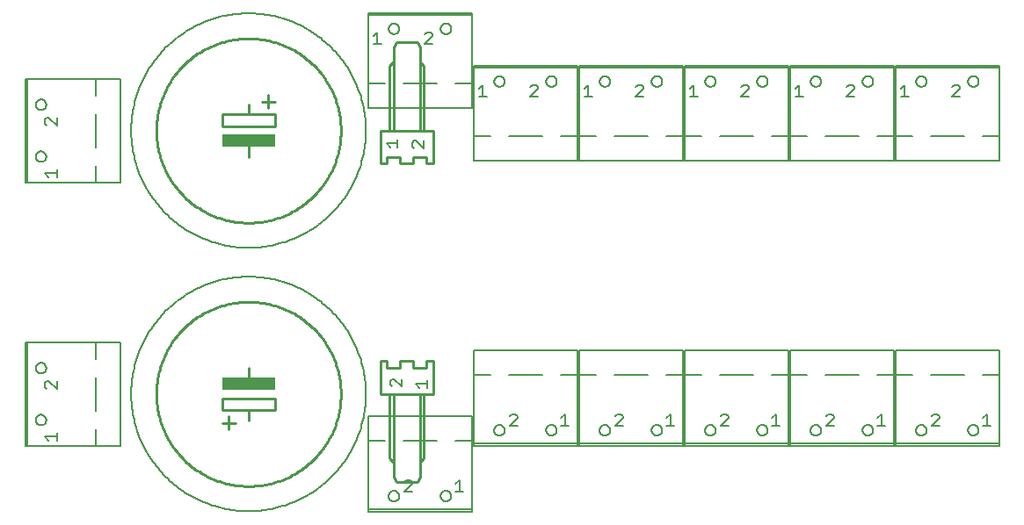
<source format=gto>
G75*
%MOIN*%
%OFA0B0*%
%FSLAX25Y25*%
%IPPOS*%
%LPD*%
%AMOC8*
5,1,8,0,0,1.08239X$1,22.5*
%
%ADD10C,0.00600*%
%ADD11C,0.00500*%
%ADD12C,0.01000*%
%ADD13R,0.20000X0.05000*%
%ADD14C,0.00700*%
D10*
X0002299Y0027358D02*
X0003098Y0027358D01*
X0003098Y0066657D01*
X0029098Y0066657D01*
X0038500Y0066657D01*
X0038500Y0027358D01*
X0029098Y0027358D01*
X0003098Y0027358D01*
X0002299Y0027358D02*
X0002299Y0066657D01*
X0003098Y0066657D01*
X0006300Y0056857D02*
X0006302Y0056946D01*
X0006308Y0057035D01*
X0006318Y0057124D01*
X0006332Y0057212D01*
X0006349Y0057299D01*
X0006371Y0057385D01*
X0006397Y0057471D01*
X0006426Y0057555D01*
X0006459Y0057638D01*
X0006495Y0057719D01*
X0006536Y0057799D01*
X0006579Y0057876D01*
X0006626Y0057952D01*
X0006677Y0058025D01*
X0006730Y0058096D01*
X0006787Y0058165D01*
X0006847Y0058231D01*
X0006910Y0058295D01*
X0006975Y0058355D01*
X0007043Y0058413D01*
X0007114Y0058467D01*
X0007187Y0058518D01*
X0007262Y0058566D01*
X0007339Y0058611D01*
X0007418Y0058652D01*
X0007499Y0058689D01*
X0007581Y0058723D01*
X0007665Y0058754D01*
X0007750Y0058780D01*
X0007836Y0058803D01*
X0007923Y0058821D01*
X0008011Y0058836D01*
X0008100Y0058847D01*
X0008189Y0058854D01*
X0008278Y0058857D01*
X0008367Y0058856D01*
X0008456Y0058851D01*
X0008544Y0058842D01*
X0008633Y0058829D01*
X0008720Y0058812D01*
X0008807Y0058792D01*
X0008893Y0058767D01*
X0008977Y0058739D01*
X0009060Y0058707D01*
X0009142Y0058671D01*
X0009222Y0058632D01*
X0009300Y0058589D01*
X0009376Y0058543D01*
X0009450Y0058493D01*
X0009522Y0058440D01*
X0009591Y0058384D01*
X0009658Y0058325D01*
X0009722Y0058263D01*
X0009783Y0058199D01*
X0009842Y0058131D01*
X0009897Y0058061D01*
X0009949Y0057989D01*
X0009998Y0057914D01*
X0010043Y0057838D01*
X0010085Y0057759D01*
X0010123Y0057679D01*
X0010158Y0057597D01*
X0010189Y0057513D01*
X0010217Y0057428D01*
X0010240Y0057342D01*
X0010260Y0057255D01*
X0010276Y0057168D01*
X0010288Y0057079D01*
X0010296Y0056991D01*
X0010300Y0056902D01*
X0010300Y0056812D01*
X0010296Y0056723D01*
X0010288Y0056635D01*
X0010276Y0056546D01*
X0010260Y0056459D01*
X0010240Y0056372D01*
X0010217Y0056286D01*
X0010189Y0056201D01*
X0010158Y0056117D01*
X0010123Y0056035D01*
X0010085Y0055955D01*
X0010043Y0055876D01*
X0009998Y0055800D01*
X0009949Y0055725D01*
X0009897Y0055653D01*
X0009842Y0055583D01*
X0009783Y0055515D01*
X0009722Y0055451D01*
X0009658Y0055389D01*
X0009591Y0055330D01*
X0009522Y0055274D01*
X0009450Y0055221D01*
X0009376Y0055171D01*
X0009300Y0055125D01*
X0009222Y0055082D01*
X0009142Y0055043D01*
X0009060Y0055007D01*
X0008977Y0054975D01*
X0008893Y0054947D01*
X0008807Y0054922D01*
X0008720Y0054902D01*
X0008633Y0054885D01*
X0008544Y0054872D01*
X0008456Y0054863D01*
X0008367Y0054858D01*
X0008278Y0054857D01*
X0008189Y0054860D01*
X0008100Y0054867D01*
X0008011Y0054878D01*
X0007923Y0054893D01*
X0007836Y0054911D01*
X0007750Y0054934D01*
X0007665Y0054960D01*
X0007581Y0054991D01*
X0007499Y0055025D01*
X0007418Y0055062D01*
X0007339Y0055103D01*
X0007262Y0055148D01*
X0007187Y0055196D01*
X0007114Y0055247D01*
X0007043Y0055301D01*
X0006975Y0055359D01*
X0006910Y0055419D01*
X0006847Y0055483D01*
X0006787Y0055549D01*
X0006730Y0055618D01*
X0006677Y0055689D01*
X0006626Y0055762D01*
X0006579Y0055838D01*
X0006536Y0055915D01*
X0006495Y0055995D01*
X0006459Y0056076D01*
X0006426Y0056159D01*
X0006397Y0056243D01*
X0006371Y0056329D01*
X0006349Y0056415D01*
X0006332Y0056502D01*
X0006318Y0056590D01*
X0006308Y0056679D01*
X0006302Y0056768D01*
X0006300Y0056857D01*
X0029098Y0053358D02*
X0029098Y0040657D01*
X0029098Y0033657D02*
X0029098Y0027358D01*
X0006300Y0037157D02*
X0006302Y0037246D01*
X0006308Y0037335D01*
X0006318Y0037424D01*
X0006332Y0037512D01*
X0006349Y0037599D01*
X0006371Y0037685D01*
X0006397Y0037771D01*
X0006426Y0037855D01*
X0006459Y0037938D01*
X0006495Y0038019D01*
X0006536Y0038099D01*
X0006579Y0038176D01*
X0006626Y0038252D01*
X0006677Y0038325D01*
X0006730Y0038396D01*
X0006787Y0038465D01*
X0006847Y0038531D01*
X0006910Y0038595D01*
X0006975Y0038655D01*
X0007043Y0038713D01*
X0007114Y0038767D01*
X0007187Y0038818D01*
X0007262Y0038866D01*
X0007339Y0038911D01*
X0007418Y0038952D01*
X0007499Y0038989D01*
X0007581Y0039023D01*
X0007665Y0039054D01*
X0007750Y0039080D01*
X0007836Y0039103D01*
X0007923Y0039121D01*
X0008011Y0039136D01*
X0008100Y0039147D01*
X0008189Y0039154D01*
X0008278Y0039157D01*
X0008367Y0039156D01*
X0008456Y0039151D01*
X0008544Y0039142D01*
X0008633Y0039129D01*
X0008720Y0039112D01*
X0008807Y0039092D01*
X0008893Y0039067D01*
X0008977Y0039039D01*
X0009060Y0039007D01*
X0009142Y0038971D01*
X0009222Y0038932D01*
X0009300Y0038889D01*
X0009376Y0038843D01*
X0009450Y0038793D01*
X0009522Y0038740D01*
X0009591Y0038684D01*
X0009658Y0038625D01*
X0009722Y0038563D01*
X0009783Y0038499D01*
X0009842Y0038431D01*
X0009897Y0038361D01*
X0009949Y0038289D01*
X0009998Y0038214D01*
X0010043Y0038138D01*
X0010085Y0038059D01*
X0010123Y0037979D01*
X0010158Y0037897D01*
X0010189Y0037813D01*
X0010217Y0037728D01*
X0010240Y0037642D01*
X0010260Y0037555D01*
X0010276Y0037468D01*
X0010288Y0037379D01*
X0010296Y0037291D01*
X0010300Y0037202D01*
X0010300Y0037112D01*
X0010296Y0037023D01*
X0010288Y0036935D01*
X0010276Y0036846D01*
X0010260Y0036759D01*
X0010240Y0036672D01*
X0010217Y0036586D01*
X0010189Y0036501D01*
X0010158Y0036417D01*
X0010123Y0036335D01*
X0010085Y0036255D01*
X0010043Y0036176D01*
X0009998Y0036100D01*
X0009949Y0036025D01*
X0009897Y0035953D01*
X0009842Y0035883D01*
X0009783Y0035815D01*
X0009722Y0035751D01*
X0009658Y0035689D01*
X0009591Y0035630D01*
X0009522Y0035574D01*
X0009450Y0035521D01*
X0009376Y0035471D01*
X0009300Y0035425D01*
X0009222Y0035382D01*
X0009142Y0035343D01*
X0009060Y0035307D01*
X0008977Y0035275D01*
X0008893Y0035247D01*
X0008807Y0035222D01*
X0008720Y0035202D01*
X0008633Y0035185D01*
X0008544Y0035172D01*
X0008456Y0035163D01*
X0008367Y0035158D01*
X0008278Y0035157D01*
X0008189Y0035160D01*
X0008100Y0035167D01*
X0008011Y0035178D01*
X0007923Y0035193D01*
X0007836Y0035211D01*
X0007750Y0035234D01*
X0007665Y0035260D01*
X0007581Y0035291D01*
X0007499Y0035325D01*
X0007418Y0035362D01*
X0007339Y0035403D01*
X0007262Y0035448D01*
X0007187Y0035496D01*
X0007114Y0035547D01*
X0007043Y0035601D01*
X0006975Y0035659D01*
X0006910Y0035719D01*
X0006847Y0035783D01*
X0006787Y0035849D01*
X0006730Y0035918D01*
X0006677Y0035989D01*
X0006626Y0036062D01*
X0006579Y0036138D01*
X0006536Y0036215D01*
X0006495Y0036295D01*
X0006459Y0036376D01*
X0006426Y0036459D01*
X0006397Y0036543D01*
X0006371Y0036629D01*
X0006349Y0036715D01*
X0006332Y0036802D01*
X0006318Y0036890D01*
X0006308Y0036979D01*
X0006302Y0037068D01*
X0006300Y0037157D01*
X0029098Y0060358D02*
X0029098Y0066657D01*
X0042500Y0047000D02*
X0042513Y0048092D01*
X0042554Y0049184D01*
X0042621Y0050274D01*
X0042714Y0051362D01*
X0042835Y0052447D01*
X0042982Y0053530D01*
X0043155Y0054608D01*
X0043355Y0055682D01*
X0043581Y0056750D01*
X0043834Y0057813D01*
X0044112Y0058869D01*
X0044416Y0059918D01*
X0044746Y0060959D01*
X0045101Y0061992D01*
X0045482Y0063015D01*
X0045887Y0064029D01*
X0046318Y0065033D01*
X0046772Y0066026D01*
X0047252Y0067008D01*
X0047755Y0067977D01*
X0048281Y0068934D01*
X0048831Y0069878D01*
X0049404Y0070807D01*
X0050000Y0071723D01*
X0050617Y0072623D01*
X0051257Y0073509D01*
X0051919Y0074378D01*
X0052601Y0075231D01*
X0053304Y0076066D01*
X0054028Y0076884D01*
X0054771Y0077685D01*
X0055534Y0078466D01*
X0056315Y0079229D01*
X0057116Y0079972D01*
X0057934Y0080696D01*
X0058769Y0081399D01*
X0059622Y0082081D01*
X0060491Y0082743D01*
X0061377Y0083383D01*
X0062277Y0084000D01*
X0063193Y0084596D01*
X0064122Y0085169D01*
X0065066Y0085719D01*
X0066023Y0086245D01*
X0066992Y0086748D01*
X0067974Y0087228D01*
X0068967Y0087682D01*
X0069971Y0088113D01*
X0070985Y0088518D01*
X0072008Y0088899D01*
X0073041Y0089254D01*
X0074082Y0089584D01*
X0075131Y0089888D01*
X0076187Y0090166D01*
X0077250Y0090419D01*
X0078318Y0090645D01*
X0079392Y0090845D01*
X0080470Y0091018D01*
X0081553Y0091165D01*
X0082638Y0091286D01*
X0083726Y0091379D01*
X0084816Y0091446D01*
X0085908Y0091487D01*
X0087000Y0091500D01*
X0088092Y0091487D01*
X0089184Y0091446D01*
X0090274Y0091379D01*
X0091362Y0091286D01*
X0092447Y0091165D01*
X0093530Y0091018D01*
X0094608Y0090845D01*
X0095682Y0090645D01*
X0096750Y0090419D01*
X0097813Y0090166D01*
X0098869Y0089888D01*
X0099918Y0089584D01*
X0100959Y0089254D01*
X0101992Y0088899D01*
X0103015Y0088518D01*
X0104029Y0088113D01*
X0105033Y0087682D01*
X0106026Y0087228D01*
X0107008Y0086748D01*
X0107977Y0086245D01*
X0108934Y0085719D01*
X0109878Y0085169D01*
X0110807Y0084596D01*
X0111723Y0084000D01*
X0112623Y0083383D01*
X0113509Y0082743D01*
X0114378Y0082081D01*
X0115231Y0081399D01*
X0116066Y0080696D01*
X0116884Y0079972D01*
X0117685Y0079229D01*
X0118466Y0078466D01*
X0119229Y0077685D01*
X0119972Y0076884D01*
X0120696Y0076066D01*
X0121399Y0075231D01*
X0122081Y0074378D01*
X0122743Y0073509D01*
X0123383Y0072623D01*
X0124000Y0071723D01*
X0124596Y0070807D01*
X0125169Y0069878D01*
X0125719Y0068934D01*
X0126245Y0067977D01*
X0126748Y0067008D01*
X0127228Y0066026D01*
X0127682Y0065033D01*
X0128113Y0064029D01*
X0128518Y0063015D01*
X0128899Y0061992D01*
X0129254Y0060959D01*
X0129584Y0059918D01*
X0129888Y0058869D01*
X0130166Y0057813D01*
X0130419Y0056750D01*
X0130645Y0055682D01*
X0130845Y0054608D01*
X0131018Y0053530D01*
X0131165Y0052447D01*
X0131286Y0051362D01*
X0131379Y0050274D01*
X0131446Y0049184D01*
X0131487Y0048092D01*
X0131500Y0047000D01*
X0131487Y0045908D01*
X0131446Y0044816D01*
X0131379Y0043726D01*
X0131286Y0042638D01*
X0131165Y0041553D01*
X0131018Y0040470D01*
X0130845Y0039392D01*
X0130645Y0038318D01*
X0130419Y0037250D01*
X0130166Y0036187D01*
X0129888Y0035131D01*
X0129584Y0034082D01*
X0129254Y0033041D01*
X0128899Y0032008D01*
X0128518Y0030985D01*
X0128113Y0029971D01*
X0127682Y0028967D01*
X0127228Y0027974D01*
X0126748Y0026992D01*
X0126245Y0026023D01*
X0125719Y0025066D01*
X0125169Y0024122D01*
X0124596Y0023193D01*
X0124000Y0022277D01*
X0123383Y0021377D01*
X0122743Y0020491D01*
X0122081Y0019622D01*
X0121399Y0018769D01*
X0120696Y0017934D01*
X0119972Y0017116D01*
X0119229Y0016315D01*
X0118466Y0015534D01*
X0117685Y0014771D01*
X0116884Y0014028D01*
X0116066Y0013304D01*
X0115231Y0012601D01*
X0114378Y0011919D01*
X0113509Y0011257D01*
X0112623Y0010617D01*
X0111723Y0010000D01*
X0110807Y0009404D01*
X0109878Y0008831D01*
X0108934Y0008281D01*
X0107977Y0007755D01*
X0107008Y0007252D01*
X0106026Y0006772D01*
X0105033Y0006318D01*
X0104029Y0005887D01*
X0103015Y0005482D01*
X0101992Y0005101D01*
X0100959Y0004746D01*
X0099918Y0004416D01*
X0098869Y0004112D01*
X0097813Y0003834D01*
X0096750Y0003581D01*
X0095682Y0003355D01*
X0094608Y0003155D01*
X0093530Y0002982D01*
X0092447Y0002835D01*
X0091362Y0002714D01*
X0090274Y0002621D01*
X0089184Y0002554D01*
X0088092Y0002513D01*
X0087000Y0002500D01*
X0085908Y0002513D01*
X0084816Y0002554D01*
X0083726Y0002621D01*
X0082638Y0002714D01*
X0081553Y0002835D01*
X0080470Y0002982D01*
X0079392Y0003155D01*
X0078318Y0003355D01*
X0077250Y0003581D01*
X0076187Y0003834D01*
X0075131Y0004112D01*
X0074082Y0004416D01*
X0073041Y0004746D01*
X0072008Y0005101D01*
X0070985Y0005482D01*
X0069971Y0005887D01*
X0068967Y0006318D01*
X0067974Y0006772D01*
X0066992Y0007252D01*
X0066023Y0007755D01*
X0065066Y0008281D01*
X0064122Y0008831D01*
X0063193Y0009404D01*
X0062277Y0010000D01*
X0061377Y0010617D01*
X0060491Y0011257D01*
X0059622Y0011919D01*
X0058769Y0012601D01*
X0057934Y0013304D01*
X0057116Y0014028D01*
X0056315Y0014771D01*
X0055534Y0015534D01*
X0054771Y0016315D01*
X0054028Y0017116D01*
X0053304Y0017934D01*
X0052601Y0018769D01*
X0051919Y0019622D01*
X0051257Y0020491D01*
X0050617Y0021377D01*
X0050000Y0022277D01*
X0049404Y0023193D01*
X0048831Y0024122D01*
X0048281Y0025066D01*
X0047755Y0026023D01*
X0047252Y0026992D01*
X0046772Y0027974D01*
X0046318Y0028967D01*
X0045887Y0029971D01*
X0045482Y0030985D01*
X0045101Y0032008D01*
X0044746Y0033041D01*
X0044416Y0034082D01*
X0044112Y0035131D01*
X0043834Y0036187D01*
X0043581Y0037250D01*
X0043355Y0038318D01*
X0043155Y0039392D01*
X0042982Y0040470D01*
X0042835Y0041553D01*
X0042714Y0042638D01*
X0042621Y0043726D01*
X0042554Y0044816D01*
X0042513Y0045908D01*
X0042500Y0047000D01*
X0132343Y0038500D02*
X0132343Y0029098D01*
X0132343Y0003098D01*
X0171642Y0003098D01*
X0171642Y0002299D01*
X0132343Y0002299D01*
X0132343Y0003098D01*
X0140143Y0008300D02*
X0140145Y0008389D01*
X0140151Y0008478D01*
X0140161Y0008567D01*
X0140175Y0008655D01*
X0140192Y0008742D01*
X0140214Y0008828D01*
X0140240Y0008914D01*
X0140269Y0008998D01*
X0140302Y0009081D01*
X0140338Y0009162D01*
X0140379Y0009242D01*
X0140422Y0009319D01*
X0140469Y0009395D01*
X0140520Y0009468D01*
X0140573Y0009539D01*
X0140630Y0009608D01*
X0140690Y0009674D01*
X0140753Y0009738D01*
X0140818Y0009798D01*
X0140886Y0009856D01*
X0140957Y0009910D01*
X0141030Y0009961D01*
X0141105Y0010009D01*
X0141182Y0010054D01*
X0141261Y0010095D01*
X0141342Y0010132D01*
X0141424Y0010166D01*
X0141508Y0010197D01*
X0141593Y0010223D01*
X0141679Y0010246D01*
X0141766Y0010264D01*
X0141854Y0010279D01*
X0141943Y0010290D01*
X0142032Y0010297D01*
X0142121Y0010300D01*
X0142210Y0010299D01*
X0142299Y0010294D01*
X0142387Y0010285D01*
X0142476Y0010272D01*
X0142563Y0010255D01*
X0142650Y0010235D01*
X0142736Y0010210D01*
X0142820Y0010182D01*
X0142903Y0010150D01*
X0142985Y0010114D01*
X0143065Y0010075D01*
X0143143Y0010032D01*
X0143219Y0009986D01*
X0143293Y0009936D01*
X0143365Y0009883D01*
X0143434Y0009827D01*
X0143501Y0009768D01*
X0143565Y0009706D01*
X0143626Y0009642D01*
X0143685Y0009574D01*
X0143740Y0009504D01*
X0143792Y0009432D01*
X0143841Y0009357D01*
X0143886Y0009281D01*
X0143928Y0009202D01*
X0143966Y0009122D01*
X0144001Y0009040D01*
X0144032Y0008956D01*
X0144060Y0008871D01*
X0144083Y0008785D01*
X0144103Y0008698D01*
X0144119Y0008611D01*
X0144131Y0008522D01*
X0144139Y0008434D01*
X0144143Y0008345D01*
X0144143Y0008255D01*
X0144139Y0008166D01*
X0144131Y0008078D01*
X0144119Y0007989D01*
X0144103Y0007902D01*
X0144083Y0007815D01*
X0144060Y0007729D01*
X0144032Y0007644D01*
X0144001Y0007560D01*
X0143966Y0007478D01*
X0143928Y0007398D01*
X0143886Y0007319D01*
X0143841Y0007243D01*
X0143792Y0007168D01*
X0143740Y0007096D01*
X0143685Y0007026D01*
X0143626Y0006958D01*
X0143565Y0006894D01*
X0143501Y0006832D01*
X0143434Y0006773D01*
X0143365Y0006717D01*
X0143293Y0006664D01*
X0143219Y0006614D01*
X0143143Y0006568D01*
X0143065Y0006525D01*
X0142985Y0006486D01*
X0142903Y0006450D01*
X0142820Y0006418D01*
X0142736Y0006390D01*
X0142650Y0006365D01*
X0142563Y0006345D01*
X0142476Y0006328D01*
X0142387Y0006315D01*
X0142299Y0006306D01*
X0142210Y0006301D01*
X0142121Y0006300D01*
X0142032Y0006303D01*
X0141943Y0006310D01*
X0141854Y0006321D01*
X0141766Y0006336D01*
X0141679Y0006354D01*
X0141593Y0006377D01*
X0141508Y0006403D01*
X0141424Y0006434D01*
X0141342Y0006468D01*
X0141261Y0006505D01*
X0141182Y0006546D01*
X0141105Y0006591D01*
X0141030Y0006639D01*
X0140957Y0006690D01*
X0140886Y0006744D01*
X0140818Y0006802D01*
X0140753Y0006862D01*
X0140690Y0006926D01*
X0140630Y0006992D01*
X0140573Y0007061D01*
X0140520Y0007132D01*
X0140469Y0007205D01*
X0140422Y0007281D01*
X0140379Y0007358D01*
X0140338Y0007438D01*
X0140302Y0007519D01*
X0140269Y0007602D01*
X0140240Y0007686D01*
X0140214Y0007772D01*
X0140192Y0007858D01*
X0140175Y0007945D01*
X0140161Y0008033D01*
X0140151Y0008122D01*
X0140145Y0008211D01*
X0140143Y0008300D01*
X0159843Y0008300D02*
X0159845Y0008389D01*
X0159851Y0008478D01*
X0159861Y0008567D01*
X0159875Y0008655D01*
X0159892Y0008742D01*
X0159914Y0008828D01*
X0159940Y0008914D01*
X0159969Y0008998D01*
X0160002Y0009081D01*
X0160038Y0009162D01*
X0160079Y0009242D01*
X0160122Y0009319D01*
X0160169Y0009395D01*
X0160220Y0009468D01*
X0160273Y0009539D01*
X0160330Y0009608D01*
X0160390Y0009674D01*
X0160453Y0009738D01*
X0160518Y0009798D01*
X0160586Y0009856D01*
X0160657Y0009910D01*
X0160730Y0009961D01*
X0160805Y0010009D01*
X0160882Y0010054D01*
X0160961Y0010095D01*
X0161042Y0010132D01*
X0161124Y0010166D01*
X0161208Y0010197D01*
X0161293Y0010223D01*
X0161379Y0010246D01*
X0161466Y0010264D01*
X0161554Y0010279D01*
X0161643Y0010290D01*
X0161732Y0010297D01*
X0161821Y0010300D01*
X0161910Y0010299D01*
X0161999Y0010294D01*
X0162087Y0010285D01*
X0162176Y0010272D01*
X0162263Y0010255D01*
X0162350Y0010235D01*
X0162436Y0010210D01*
X0162520Y0010182D01*
X0162603Y0010150D01*
X0162685Y0010114D01*
X0162765Y0010075D01*
X0162843Y0010032D01*
X0162919Y0009986D01*
X0162993Y0009936D01*
X0163065Y0009883D01*
X0163134Y0009827D01*
X0163201Y0009768D01*
X0163265Y0009706D01*
X0163326Y0009642D01*
X0163385Y0009574D01*
X0163440Y0009504D01*
X0163492Y0009432D01*
X0163541Y0009357D01*
X0163586Y0009281D01*
X0163628Y0009202D01*
X0163666Y0009122D01*
X0163701Y0009040D01*
X0163732Y0008956D01*
X0163760Y0008871D01*
X0163783Y0008785D01*
X0163803Y0008698D01*
X0163819Y0008611D01*
X0163831Y0008522D01*
X0163839Y0008434D01*
X0163843Y0008345D01*
X0163843Y0008255D01*
X0163839Y0008166D01*
X0163831Y0008078D01*
X0163819Y0007989D01*
X0163803Y0007902D01*
X0163783Y0007815D01*
X0163760Y0007729D01*
X0163732Y0007644D01*
X0163701Y0007560D01*
X0163666Y0007478D01*
X0163628Y0007398D01*
X0163586Y0007319D01*
X0163541Y0007243D01*
X0163492Y0007168D01*
X0163440Y0007096D01*
X0163385Y0007026D01*
X0163326Y0006958D01*
X0163265Y0006894D01*
X0163201Y0006832D01*
X0163134Y0006773D01*
X0163065Y0006717D01*
X0162993Y0006664D01*
X0162919Y0006614D01*
X0162843Y0006568D01*
X0162765Y0006525D01*
X0162685Y0006486D01*
X0162603Y0006450D01*
X0162520Y0006418D01*
X0162436Y0006390D01*
X0162350Y0006365D01*
X0162263Y0006345D01*
X0162176Y0006328D01*
X0162087Y0006315D01*
X0161999Y0006306D01*
X0161910Y0006301D01*
X0161821Y0006300D01*
X0161732Y0006303D01*
X0161643Y0006310D01*
X0161554Y0006321D01*
X0161466Y0006336D01*
X0161379Y0006354D01*
X0161293Y0006377D01*
X0161208Y0006403D01*
X0161124Y0006434D01*
X0161042Y0006468D01*
X0160961Y0006505D01*
X0160882Y0006546D01*
X0160805Y0006591D01*
X0160730Y0006639D01*
X0160657Y0006690D01*
X0160586Y0006744D01*
X0160518Y0006802D01*
X0160453Y0006862D01*
X0160390Y0006926D01*
X0160330Y0006992D01*
X0160273Y0007061D01*
X0160220Y0007132D01*
X0160169Y0007205D01*
X0160122Y0007281D01*
X0160079Y0007358D01*
X0160038Y0007438D01*
X0160002Y0007519D01*
X0159969Y0007602D01*
X0159940Y0007686D01*
X0159914Y0007772D01*
X0159892Y0007858D01*
X0159875Y0007945D01*
X0159861Y0008033D01*
X0159851Y0008122D01*
X0159845Y0008211D01*
X0159843Y0008300D01*
X0171642Y0003098D02*
X0171642Y0029098D01*
X0165343Y0029098D01*
X0171642Y0029098D02*
X0171642Y0038500D01*
X0132343Y0038500D01*
X0132343Y0029098D02*
X0138642Y0029098D01*
X0145642Y0029098D02*
X0158343Y0029098D01*
X0172343Y0028098D02*
X0172343Y0054098D01*
X0172343Y0063500D01*
X0211642Y0063500D01*
X0211642Y0054098D01*
X0211642Y0028098D01*
X0211642Y0027299D01*
X0172343Y0027299D01*
X0172343Y0028098D01*
X0211642Y0028098D01*
X0212343Y0028098D02*
X0212343Y0054098D01*
X0212343Y0063500D01*
X0251642Y0063500D01*
X0251642Y0054098D01*
X0251642Y0028098D01*
X0251642Y0027299D01*
X0212343Y0027299D01*
X0212343Y0028098D01*
X0251642Y0028098D01*
X0252343Y0028098D02*
X0252343Y0054098D01*
X0252343Y0063500D01*
X0291642Y0063500D01*
X0291642Y0054098D01*
X0291642Y0028098D01*
X0291642Y0027299D01*
X0252343Y0027299D01*
X0252343Y0028098D01*
X0291642Y0028098D01*
X0292343Y0028098D02*
X0292343Y0054098D01*
X0292343Y0063500D01*
X0331642Y0063500D01*
X0331642Y0054098D01*
X0331642Y0028098D01*
X0331642Y0027299D01*
X0292343Y0027299D01*
X0292343Y0028098D01*
X0331642Y0028098D01*
X0332343Y0028098D02*
X0332343Y0054098D01*
X0332343Y0063500D01*
X0371642Y0063500D01*
X0371642Y0054098D01*
X0371642Y0028098D01*
X0371642Y0027299D01*
X0332343Y0027299D01*
X0332343Y0028098D01*
X0371642Y0028098D01*
X0359843Y0033300D02*
X0359845Y0033389D01*
X0359851Y0033478D01*
X0359861Y0033567D01*
X0359875Y0033655D01*
X0359892Y0033742D01*
X0359914Y0033828D01*
X0359940Y0033914D01*
X0359969Y0033998D01*
X0360002Y0034081D01*
X0360038Y0034162D01*
X0360079Y0034242D01*
X0360122Y0034319D01*
X0360169Y0034395D01*
X0360220Y0034468D01*
X0360273Y0034539D01*
X0360330Y0034608D01*
X0360390Y0034674D01*
X0360453Y0034738D01*
X0360518Y0034798D01*
X0360586Y0034856D01*
X0360657Y0034910D01*
X0360730Y0034961D01*
X0360805Y0035009D01*
X0360882Y0035054D01*
X0360961Y0035095D01*
X0361042Y0035132D01*
X0361124Y0035166D01*
X0361208Y0035197D01*
X0361293Y0035223D01*
X0361379Y0035246D01*
X0361466Y0035264D01*
X0361554Y0035279D01*
X0361643Y0035290D01*
X0361732Y0035297D01*
X0361821Y0035300D01*
X0361910Y0035299D01*
X0361999Y0035294D01*
X0362087Y0035285D01*
X0362176Y0035272D01*
X0362263Y0035255D01*
X0362350Y0035235D01*
X0362436Y0035210D01*
X0362520Y0035182D01*
X0362603Y0035150D01*
X0362685Y0035114D01*
X0362765Y0035075D01*
X0362843Y0035032D01*
X0362919Y0034986D01*
X0362993Y0034936D01*
X0363065Y0034883D01*
X0363134Y0034827D01*
X0363201Y0034768D01*
X0363265Y0034706D01*
X0363326Y0034642D01*
X0363385Y0034574D01*
X0363440Y0034504D01*
X0363492Y0034432D01*
X0363541Y0034357D01*
X0363586Y0034281D01*
X0363628Y0034202D01*
X0363666Y0034122D01*
X0363701Y0034040D01*
X0363732Y0033956D01*
X0363760Y0033871D01*
X0363783Y0033785D01*
X0363803Y0033698D01*
X0363819Y0033611D01*
X0363831Y0033522D01*
X0363839Y0033434D01*
X0363843Y0033345D01*
X0363843Y0033255D01*
X0363839Y0033166D01*
X0363831Y0033078D01*
X0363819Y0032989D01*
X0363803Y0032902D01*
X0363783Y0032815D01*
X0363760Y0032729D01*
X0363732Y0032644D01*
X0363701Y0032560D01*
X0363666Y0032478D01*
X0363628Y0032398D01*
X0363586Y0032319D01*
X0363541Y0032243D01*
X0363492Y0032168D01*
X0363440Y0032096D01*
X0363385Y0032026D01*
X0363326Y0031958D01*
X0363265Y0031894D01*
X0363201Y0031832D01*
X0363134Y0031773D01*
X0363065Y0031717D01*
X0362993Y0031664D01*
X0362919Y0031614D01*
X0362843Y0031568D01*
X0362765Y0031525D01*
X0362685Y0031486D01*
X0362603Y0031450D01*
X0362520Y0031418D01*
X0362436Y0031390D01*
X0362350Y0031365D01*
X0362263Y0031345D01*
X0362176Y0031328D01*
X0362087Y0031315D01*
X0361999Y0031306D01*
X0361910Y0031301D01*
X0361821Y0031300D01*
X0361732Y0031303D01*
X0361643Y0031310D01*
X0361554Y0031321D01*
X0361466Y0031336D01*
X0361379Y0031354D01*
X0361293Y0031377D01*
X0361208Y0031403D01*
X0361124Y0031434D01*
X0361042Y0031468D01*
X0360961Y0031505D01*
X0360882Y0031546D01*
X0360805Y0031591D01*
X0360730Y0031639D01*
X0360657Y0031690D01*
X0360586Y0031744D01*
X0360518Y0031802D01*
X0360453Y0031862D01*
X0360390Y0031926D01*
X0360330Y0031992D01*
X0360273Y0032061D01*
X0360220Y0032132D01*
X0360169Y0032205D01*
X0360122Y0032281D01*
X0360079Y0032358D01*
X0360038Y0032438D01*
X0360002Y0032519D01*
X0359969Y0032602D01*
X0359940Y0032686D01*
X0359914Y0032772D01*
X0359892Y0032858D01*
X0359875Y0032945D01*
X0359861Y0033033D01*
X0359851Y0033122D01*
X0359845Y0033211D01*
X0359843Y0033300D01*
X0340143Y0033300D02*
X0340145Y0033389D01*
X0340151Y0033478D01*
X0340161Y0033567D01*
X0340175Y0033655D01*
X0340192Y0033742D01*
X0340214Y0033828D01*
X0340240Y0033914D01*
X0340269Y0033998D01*
X0340302Y0034081D01*
X0340338Y0034162D01*
X0340379Y0034242D01*
X0340422Y0034319D01*
X0340469Y0034395D01*
X0340520Y0034468D01*
X0340573Y0034539D01*
X0340630Y0034608D01*
X0340690Y0034674D01*
X0340753Y0034738D01*
X0340818Y0034798D01*
X0340886Y0034856D01*
X0340957Y0034910D01*
X0341030Y0034961D01*
X0341105Y0035009D01*
X0341182Y0035054D01*
X0341261Y0035095D01*
X0341342Y0035132D01*
X0341424Y0035166D01*
X0341508Y0035197D01*
X0341593Y0035223D01*
X0341679Y0035246D01*
X0341766Y0035264D01*
X0341854Y0035279D01*
X0341943Y0035290D01*
X0342032Y0035297D01*
X0342121Y0035300D01*
X0342210Y0035299D01*
X0342299Y0035294D01*
X0342387Y0035285D01*
X0342476Y0035272D01*
X0342563Y0035255D01*
X0342650Y0035235D01*
X0342736Y0035210D01*
X0342820Y0035182D01*
X0342903Y0035150D01*
X0342985Y0035114D01*
X0343065Y0035075D01*
X0343143Y0035032D01*
X0343219Y0034986D01*
X0343293Y0034936D01*
X0343365Y0034883D01*
X0343434Y0034827D01*
X0343501Y0034768D01*
X0343565Y0034706D01*
X0343626Y0034642D01*
X0343685Y0034574D01*
X0343740Y0034504D01*
X0343792Y0034432D01*
X0343841Y0034357D01*
X0343886Y0034281D01*
X0343928Y0034202D01*
X0343966Y0034122D01*
X0344001Y0034040D01*
X0344032Y0033956D01*
X0344060Y0033871D01*
X0344083Y0033785D01*
X0344103Y0033698D01*
X0344119Y0033611D01*
X0344131Y0033522D01*
X0344139Y0033434D01*
X0344143Y0033345D01*
X0344143Y0033255D01*
X0344139Y0033166D01*
X0344131Y0033078D01*
X0344119Y0032989D01*
X0344103Y0032902D01*
X0344083Y0032815D01*
X0344060Y0032729D01*
X0344032Y0032644D01*
X0344001Y0032560D01*
X0343966Y0032478D01*
X0343928Y0032398D01*
X0343886Y0032319D01*
X0343841Y0032243D01*
X0343792Y0032168D01*
X0343740Y0032096D01*
X0343685Y0032026D01*
X0343626Y0031958D01*
X0343565Y0031894D01*
X0343501Y0031832D01*
X0343434Y0031773D01*
X0343365Y0031717D01*
X0343293Y0031664D01*
X0343219Y0031614D01*
X0343143Y0031568D01*
X0343065Y0031525D01*
X0342985Y0031486D01*
X0342903Y0031450D01*
X0342820Y0031418D01*
X0342736Y0031390D01*
X0342650Y0031365D01*
X0342563Y0031345D01*
X0342476Y0031328D01*
X0342387Y0031315D01*
X0342299Y0031306D01*
X0342210Y0031301D01*
X0342121Y0031300D01*
X0342032Y0031303D01*
X0341943Y0031310D01*
X0341854Y0031321D01*
X0341766Y0031336D01*
X0341679Y0031354D01*
X0341593Y0031377D01*
X0341508Y0031403D01*
X0341424Y0031434D01*
X0341342Y0031468D01*
X0341261Y0031505D01*
X0341182Y0031546D01*
X0341105Y0031591D01*
X0341030Y0031639D01*
X0340957Y0031690D01*
X0340886Y0031744D01*
X0340818Y0031802D01*
X0340753Y0031862D01*
X0340690Y0031926D01*
X0340630Y0031992D01*
X0340573Y0032061D01*
X0340520Y0032132D01*
X0340469Y0032205D01*
X0340422Y0032281D01*
X0340379Y0032358D01*
X0340338Y0032438D01*
X0340302Y0032519D01*
X0340269Y0032602D01*
X0340240Y0032686D01*
X0340214Y0032772D01*
X0340192Y0032858D01*
X0340175Y0032945D01*
X0340161Y0033033D01*
X0340151Y0033122D01*
X0340145Y0033211D01*
X0340143Y0033300D01*
X0319843Y0033300D02*
X0319845Y0033389D01*
X0319851Y0033478D01*
X0319861Y0033567D01*
X0319875Y0033655D01*
X0319892Y0033742D01*
X0319914Y0033828D01*
X0319940Y0033914D01*
X0319969Y0033998D01*
X0320002Y0034081D01*
X0320038Y0034162D01*
X0320079Y0034242D01*
X0320122Y0034319D01*
X0320169Y0034395D01*
X0320220Y0034468D01*
X0320273Y0034539D01*
X0320330Y0034608D01*
X0320390Y0034674D01*
X0320453Y0034738D01*
X0320518Y0034798D01*
X0320586Y0034856D01*
X0320657Y0034910D01*
X0320730Y0034961D01*
X0320805Y0035009D01*
X0320882Y0035054D01*
X0320961Y0035095D01*
X0321042Y0035132D01*
X0321124Y0035166D01*
X0321208Y0035197D01*
X0321293Y0035223D01*
X0321379Y0035246D01*
X0321466Y0035264D01*
X0321554Y0035279D01*
X0321643Y0035290D01*
X0321732Y0035297D01*
X0321821Y0035300D01*
X0321910Y0035299D01*
X0321999Y0035294D01*
X0322087Y0035285D01*
X0322176Y0035272D01*
X0322263Y0035255D01*
X0322350Y0035235D01*
X0322436Y0035210D01*
X0322520Y0035182D01*
X0322603Y0035150D01*
X0322685Y0035114D01*
X0322765Y0035075D01*
X0322843Y0035032D01*
X0322919Y0034986D01*
X0322993Y0034936D01*
X0323065Y0034883D01*
X0323134Y0034827D01*
X0323201Y0034768D01*
X0323265Y0034706D01*
X0323326Y0034642D01*
X0323385Y0034574D01*
X0323440Y0034504D01*
X0323492Y0034432D01*
X0323541Y0034357D01*
X0323586Y0034281D01*
X0323628Y0034202D01*
X0323666Y0034122D01*
X0323701Y0034040D01*
X0323732Y0033956D01*
X0323760Y0033871D01*
X0323783Y0033785D01*
X0323803Y0033698D01*
X0323819Y0033611D01*
X0323831Y0033522D01*
X0323839Y0033434D01*
X0323843Y0033345D01*
X0323843Y0033255D01*
X0323839Y0033166D01*
X0323831Y0033078D01*
X0323819Y0032989D01*
X0323803Y0032902D01*
X0323783Y0032815D01*
X0323760Y0032729D01*
X0323732Y0032644D01*
X0323701Y0032560D01*
X0323666Y0032478D01*
X0323628Y0032398D01*
X0323586Y0032319D01*
X0323541Y0032243D01*
X0323492Y0032168D01*
X0323440Y0032096D01*
X0323385Y0032026D01*
X0323326Y0031958D01*
X0323265Y0031894D01*
X0323201Y0031832D01*
X0323134Y0031773D01*
X0323065Y0031717D01*
X0322993Y0031664D01*
X0322919Y0031614D01*
X0322843Y0031568D01*
X0322765Y0031525D01*
X0322685Y0031486D01*
X0322603Y0031450D01*
X0322520Y0031418D01*
X0322436Y0031390D01*
X0322350Y0031365D01*
X0322263Y0031345D01*
X0322176Y0031328D01*
X0322087Y0031315D01*
X0321999Y0031306D01*
X0321910Y0031301D01*
X0321821Y0031300D01*
X0321732Y0031303D01*
X0321643Y0031310D01*
X0321554Y0031321D01*
X0321466Y0031336D01*
X0321379Y0031354D01*
X0321293Y0031377D01*
X0321208Y0031403D01*
X0321124Y0031434D01*
X0321042Y0031468D01*
X0320961Y0031505D01*
X0320882Y0031546D01*
X0320805Y0031591D01*
X0320730Y0031639D01*
X0320657Y0031690D01*
X0320586Y0031744D01*
X0320518Y0031802D01*
X0320453Y0031862D01*
X0320390Y0031926D01*
X0320330Y0031992D01*
X0320273Y0032061D01*
X0320220Y0032132D01*
X0320169Y0032205D01*
X0320122Y0032281D01*
X0320079Y0032358D01*
X0320038Y0032438D01*
X0320002Y0032519D01*
X0319969Y0032602D01*
X0319940Y0032686D01*
X0319914Y0032772D01*
X0319892Y0032858D01*
X0319875Y0032945D01*
X0319861Y0033033D01*
X0319851Y0033122D01*
X0319845Y0033211D01*
X0319843Y0033300D01*
X0300143Y0033300D02*
X0300145Y0033389D01*
X0300151Y0033478D01*
X0300161Y0033567D01*
X0300175Y0033655D01*
X0300192Y0033742D01*
X0300214Y0033828D01*
X0300240Y0033914D01*
X0300269Y0033998D01*
X0300302Y0034081D01*
X0300338Y0034162D01*
X0300379Y0034242D01*
X0300422Y0034319D01*
X0300469Y0034395D01*
X0300520Y0034468D01*
X0300573Y0034539D01*
X0300630Y0034608D01*
X0300690Y0034674D01*
X0300753Y0034738D01*
X0300818Y0034798D01*
X0300886Y0034856D01*
X0300957Y0034910D01*
X0301030Y0034961D01*
X0301105Y0035009D01*
X0301182Y0035054D01*
X0301261Y0035095D01*
X0301342Y0035132D01*
X0301424Y0035166D01*
X0301508Y0035197D01*
X0301593Y0035223D01*
X0301679Y0035246D01*
X0301766Y0035264D01*
X0301854Y0035279D01*
X0301943Y0035290D01*
X0302032Y0035297D01*
X0302121Y0035300D01*
X0302210Y0035299D01*
X0302299Y0035294D01*
X0302387Y0035285D01*
X0302476Y0035272D01*
X0302563Y0035255D01*
X0302650Y0035235D01*
X0302736Y0035210D01*
X0302820Y0035182D01*
X0302903Y0035150D01*
X0302985Y0035114D01*
X0303065Y0035075D01*
X0303143Y0035032D01*
X0303219Y0034986D01*
X0303293Y0034936D01*
X0303365Y0034883D01*
X0303434Y0034827D01*
X0303501Y0034768D01*
X0303565Y0034706D01*
X0303626Y0034642D01*
X0303685Y0034574D01*
X0303740Y0034504D01*
X0303792Y0034432D01*
X0303841Y0034357D01*
X0303886Y0034281D01*
X0303928Y0034202D01*
X0303966Y0034122D01*
X0304001Y0034040D01*
X0304032Y0033956D01*
X0304060Y0033871D01*
X0304083Y0033785D01*
X0304103Y0033698D01*
X0304119Y0033611D01*
X0304131Y0033522D01*
X0304139Y0033434D01*
X0304143Y0033345D01*
X0304143Y0033255D01*
X0304139Y0033166D01*
X0304131Y0033078D01*
X0304119Y0032989D01*
X0304103Y0032902D01*
X0304083Y0032815D01*
X0304060Y0032729D01*
X0304032Y0032644D01*
X0304001Y0032560D01*
X0303966Y0032478D01*
X0303928Y0032398D01*
X0303886Y0032319D01*
X0303841Y0032243D01*
X0303792Y0032168D01*
X0303740Y0032096D01*
X0303685Y0032026D01*
X0303626Y0031958D01*
X0303565Y0031894D01*
X0303501Y0031832D01*
X0303434Y0031773D01*
X0303365Y0031717D01*
X0303293Y0031664D01*
X0303219Y0031614D01*
X0303143Y0031568D01*
X0303065Y0031525D01*
X0302985Y0031486D01*
X0302903Y0031450D01*
X0302820Y0031418D01*
X0302736Y0031390D01*
X0302650Y0031365D01*
X0302563Y0031345D01*
X0302476Y0031328D01*
X0302387Y0031315D01*
X0302299Y0031306D01*
X0302210Y0031301D01*
X0302121Y0031300D01*
X0302032Y0031303D01*
X0301943Y0031310D01*
X0301854Y0031321D01*
X0301766Y0031336D01*
X0301679Y0031354D01*
X0301593Y0031377D01*
X0301508Y0031403D01*
X0301424Y0031434D01*
X0301342Y0031468D01*
X0301261Y0031505D01*
X0301182Y0031546D01*
X0301105Y0031591D01*
X0301030Y0031639D01*
X0300957Y0031690D01*
X0300886Y0031744D01*
X0300818Y0031802D01*
X0300753Y0031862D01*
X0300690Y0031926D01*
X0300630Y0031992D01*
X0300573Y0032061D01*
X0300520Y0032132D01*
X0300469Y0032205D01*
X0300422Y0032281D01*
X0300379Y0032358D01*
X0300338Y0032438D01*
X0300302Y0032519D01*
X0300269Y0032602D01*
X0300240Y0032686D01*
X0300214Y0032772D01*
X0300192Y0032858D01*
X0300175Y0032945D01*
X0300161Y0033033D01*
X0300151Y0033122D01*
X0300145Y0033211D01*
X0300143Y0033300D01*
X0279843Y0033300D02*
X0279845Y0033389D01*
X0279851Y0033478D01*
X0279861Y0033567D01*
X0279875Y0033655D01*
X0279892Y0033742D01*
X0279914Y0033828D01*
X0279940Y0033914D01*
X0279969Y0033998D01*
X0280002Y0034081D01*
X0280038Y0034162D01*
X0280079Y0034242D01*
X0280122Y0034319D01*
X0280169Y0034395D01*
X0280220Y0034468D01*
X0280273Y0034539D01*
X0280330Y0034608D01*
X0280390Y0034674D01*
X0280453Y0034738D01*
X0280518Y0034798D01*
X0280586Y0034856D01*
X0280657Y0034910D01*
X0280730Y0034961D01*
X0280805Y0035009D01*
X0280882Y0035054D01*
X0280961Y0035095D01*
X0281042Y0035132D01*
X0281124Y0035166D01*
X0281208Y0035197D01*
X0281293Y0035223D01*
X0281379Y0035246D01*
X0281466Y0035264D01*
X0281554Y0035279D01*
X0281643Y0035290D01*
X0281732Y0035297D01*
X0281821Y0035300D01*
X0281910Y0035299D01*
X0281999Y0035294D01*
X0282087Y0035285D01*
X0282176Y0035272D01*
X0282263Y0035255D01*
X0282350Y0035235D01*
X0282436Y0035210D01*
X0282520Y0035182D01*
X0282603Y0035150D01*
X0282685Y0035114D01*
X0282765Y0035075D01*
X0282843Y0035032D01*
X0282919Y0034986D01*
X0282993Y0034936D01*
X0283065Y0034883D01*
X0283134Y0034827D01*
X0283201Y0034768D01*
X0283265Y0034706D01*
X0283326Y0034642D01*
X0283385Y0034574D01*
X0283440Y0034504D01*
X0283492Y0034432D01*
X0283541Y0034357D01*
X0283586Y0034281D01*
X0283628Y0034202D01*
X0283666Y0034122D01*
X0283701Y0034040D01*
X0283732Y0033956D01*
X0283760Y0033871D01*
X0283783Y0033785D01*
X0283803Y0033698D01*
X0283819Y0033611D01*
X0283831Y0033522D01*
X0283839Y0033434D01*
X0283843Y0033345D01*
X0283843Y0033255D01*
X0283839Y0033166D01*
X0283831Y0033078D01*
X0283819Y0032989D01*
X0283803Y0032902D01*
X0283783Y0032815D01*
X0283760Y0032729D01*
X0283732Y0032644D01*
X0283701Y0032560D01*
X0283666Y0032478D01*
X0283628Y0032398D01*
X0283586Y0032319D01*
X0283541Y0032243D01*
X0283492Y0032168D01*
X0283440Y0032096D01*
X0283385Y0032026D01*
X0283326Y0031958D01*
X0283265Y0031894D01*
X0283201Y0031832D01*
X0283134Y0031773D01*
X0283065Y0031717D01*
X0282993Y0031664D01*
X0282919Y0031614D01*
X0282843Y0031568D01*
X0282765Y0031525D01*
X0282685Y0031486D01*
X0282603Y0031450D01*
X0282520Y0031418D01*
X0282436Y0031390D01*
X0282350Y0031365D01*
X0282263Y0031345D01*
X0282176Y0031328D01*
X0282087Y0031315D01*
X0281999Y0031306D01*
X0281910Y0031301D01*
X0281821Y0031300D01*
X0281732Y0031303D01*
X0281643Y0031310D01*
X0281554Y0031321D01*
X0281466Y0031336D01*
X0281379Y0031354D01*
X0281293Y0031377D01*
X0281208Y0031403D01*
X0281124Y0031434D01*
X0281042Y0031468D01*
X0280961Y0031505D01*
X0280882Y0031546D01*
X0280805Y0031591D01*
X0280730Y0031639D01*
X0280657Y0031690D01*
X0280586Y0031744D01*
X0280518Y0031802D01*
X0280453Y0031862D01*
X0280390Y0031926D01*
X0280330Y0031992D01*
X0280273Y0032061D01*
X0280220Y0032132D01*
X0280169Y0032205D01*
X0280122Y0032281D01*
X0280079Y0032358D01*
X0280038Y0032438D01*
X0280002Y0032519D01*
X0279969Y0032602D01*
X0279940Y0032686D01*
X0279914Y0032772D01*
X0279892Y0032858D01*
X0279875Y0032945D01*
X0279861Y0033033D01*
X0279851Y0033122D01*
X0279845Y0033211D01*
X0279843Y0033300D01*
X0260143Y0033300D02*
X0260145Y0033389D01*
X0260151Y0033478D01*
X0260161Y0033567D01*
X0260175Y0033655D01*
X0260192Y0033742D01*
X0260214Y0033828D01*
X0260240Y0033914D01*
X0260269Y0033998D01*
X0260302Y0034081D01*
X0260338Y0034162D01*
X0260379Y0034242D01*
X0260422Y0034319D01*
X0260469Y0034395D01*
X0260520Y0034468D01*
X0260573Y0034539D01*
X0260630Y0034608D01*
X0260690Y0034674D01*
X0260753Y0034738D01*
X0260818Y0034798D01*
X0260886Y0034856D01*
X0260957Y0034910D01*
X0261030Y0034961D01*
X0261105Y0035009D01*
X0261182Y0035054D01*
X0261261Y0035095D01*
X0261342Y0035132D01*
X0261424Y0035166D01*
X0261508Y0035197D01*
X0261593Y0035223D01*
X0261679Y0035246D01*
X0261766Y0035264D01*
X0261854Y0035279D01*
X0261943Y0035290D01*
X0262032Y0035297D01*
X0262121Y0035300D01*
X0262210Y0035299D01*
X0262299Y0035294D01*
X0262387Y0035285D01*
X0262476Y0035272D01*
X0262563Y0035255D01*
X0262650Y0035235D01*
X0262736Y0035210D01*
X0262820Y0035182D01*
X0262903Y0035150D01*
X0262985Y0035114D01*
X0263065Y0035075D01*
X0263143Y0035032D01*
X0263219Y0034986D01*
X0263293Y0034936D01*
X0263365Y0034883D01*
X0263434Y0034827D01*
X0263501Y0034768D01*
X0263565Y0034706D01*
X0263626Y0034642D01*
X0263685Y0034574D01*
X0263740Y0034504D01*
X0263792Y0034432D01*
X0263841Y0034357D01*
X0263886Y0034281D01*
X0263928Y0034202D01*
X0263966Y0034122D01*
X0264001Y0034040D01*
X0264032Y0033956D01*
X0264060Y0033871D01*
X0264083Y0033785D01*
X0264103Y0033698D01*
X0264119Y0033611D01*
X0264131Y0033522D01*
X0264139Y0033434D01*
X0264143Y0033345D01*
X0264143Y0033255D01*
X0264139Y0033166D01*
X0264131Y0033078D01*
X0264119Y0032989D01*
X0264103Y0032902D01*
X0264083Y0032815D01*
X0264060Y0032729D01*
X0264032Y0032644D01*
X0264001Y0032560D01*
X0263966Y0032478D01*
X0263928Y0032398D01*
X0263886Y0032319D01*
X0263841Y0032243D01*
X0263792Y0032168D01*
X0263740Y0032096D01*
X0263685Y0032026D01*
X0263626Y0031958D01*
X0263565Y0031894D01*
X0263501Y0031832D01*
X0263434Y0031773D01*
X0263365Y0031717D01*
X0263293Y0031664D01*
X0263219Y0031614D01*
X0263143Y0031568D01*
X0263065Y0031525D01*
X0262985Y0031486D01*
X0262903Y0031450D01*
X0262820Y0031418D01*
X0262736Y0031390D01*
X0262650Y0031365D01*
X0262563Y0031345D01*
X0262476Y0031328D01*
X0262387Y0031315D01*
X0262299Y0031306D01*
X0262210Y0031301D01*
X0262121Y0031300D01*
X0262032Y0031303D01*
X0261943Y0031310D01*
X0261854Y0031321D01*
X0261766Y0031336D01*
X0261679Y0031354D01*
X0261593Y0031377D01*
X0261508Y0031403D01*
X0261424Y0031434D01*
X0261342Y0031468D01*
X0261261Y0031505D01*
X0261182Y0031546D01*
X0261105Y0031591D01*
X0261030Y0031639D01*
X0260957Y0031690D01*
X0260886Y0031744D01*
X0260818Y0031802D01*
X0260753Y0031862D01*
X0260690Y0031926D01*
X0260630Y0031992D01*
X0260573Y0032061D01*
X0260520Y0032132D01*
X0260469Y0032205D01*
X0260422Y0032281D01*
X0260379Y0032358D01*
X0260338Y0032438D01*
X0260302Y0032519D01*
X0260269Y0032602D01*
X0260240Y0032686D01*
X0260214Y0032772D01*
X0260192Y0032858D01*
X0260175Y0032945D01*
X0260161Y0033033D01*
X0260151Y0033122D01*
X0260145Y0033211D01*
X0260143Y0033300D01*
X0239843Y0033300D02*
X0239845Y0033389D01*
X0239851Y0033478D01*
X0239861Y0033567D01*
X0239875Y0033655D01*
X0239892Y0033742D01*
X0239914Y0033828D01*
X0239940Y0033914D01*
X0239969Y0033998D01*
X0240002Y0034081D01*
X0240038Y0034162D01*
X0240079Y0034242D01*
X0240122Y0034319D01*
X0240169Y0034395D01*
X0240220Y0034468D01*
X0240273Y0034539D01*
X0240330Y0034608D01*
X0240390Y0034674D01*
X0240453Y0034738D01*
X0240518Y0034798D01*
X0240586Y0034856D01*
X0240657Y0034910D01*
X0240730Y0034961D01*
X0240805Y0035009D01*
X0240882Y0035054D01*
X0240961Y0035095D01*
X0241042Y0035132D01*
X0241124Y0035166D01*
X0241208Y0035197D01*
X0241293Y0035223D01*
X0241379Y0035246D01*
X0241466Y0035264D01*
X0241554Y0035279D01*
X0241643Y0035290D01*
X0241732Y0035297D01*
X0241821Y0035300D01*
X0241910Y0035299D01*
X0241999Y0035294D01*
X0242087Y0035285D01*
X0242176Y0035272D01*
X0242263Y0035255D01*
X0242350Y0035235D01*
X0242436Y0035210D01*
X0242520Y0035182D01*
X0242603Y0035150D01*
X0242685Y0035114D01*
X0242765Y0035075D01*
X0242843Y0035032D01*
X0242919Y0034986D01*
X0242993Y0034936D01*
X0243065Y0034883D01*
X0243134Y0034827D01*
X0243201Y0034768D01*
X0243265Y0034706D01*
X0243326Y0034642D01*
X0243385Y0034574D01*
X0243440Y0034504D01*
X0243492Y0034432D01*
X0243541Y0034357D01*
X0243586Y0034281D01*
X0243628Y0034202D01*
X0243666Y0034122D01*
X0243701Y0034040D01*
X0243732Y0033956D01*
X0243760Y0033871D01*
X0243783Y0033785D01*
X0243803Y0033698D01*
X0243819Y0033611D01*
X0243831Y0033522D01*
X0243839Y0033434D01*
X0243843Y0033345D01*
X0243843Y0033255D01*
X0243839Y0033166D01*
X0243831Y0033078D01*
X0243819Y0032989D01*
X0243803Y0032902D01*
X0243783Y0032815D01*
X0243760Y0032729D01*
X0243732Y0032644D01*
X0243701Y0032560D01*
X0243666Y0032478D01*
X0243628Y0032398D01*
X0243586Y0032319D01*
X0243541Y0032243D01*
X0243492Y0032168D01*
X0243440Y0032096D01*
X0243385Y0032026D01*
X0243326Y0031958D01*
X0243265Y0031894D01*
X0243201Y0031832D01*
X0243134Y0031773D01*
X0243065Y0031717D01*
X0242993Y0031664D01*
X0242919Y0031614D01*
X0242843Y0031568D01*
X0242765Y0031525D01*
X0242685Y0031486D01*
X0242603Y0031450D01*
X0242520Y0031418D01*
X0242436Y0031390D01*
X0242350Y0031365D01*
X0242263Y0031345D01*
X0242176Y0031328D01*
X0242087Y0031315D01*
X0241999Y0031306D01*
X0241910Y0031301D01*
X0241821Y0031300D01*
X0241732Y0031303D01*
X0241643Y0031310D01*
X0241554Y0031321D01*
X0241466Y0031336D01*
X0241379Y0031354D01*
X0241293Y0031377D01*
X0241208Y0031403D01*
X0241124Y0031434D01*
X0241042Y0031468D01*
X0240961Y0031505D01*
X0240882Y0031546D01*
X0240805Y0031591D01*
X0240730Y0031639D01*
X0240657Y0031690D01*
X0240586Y0031744D01*
X0240518Y0031802D01*
X0240453Y0031862D01*
X0240390Y0031926D01*
X0240330Y0031992D01*
X0240273Y0032061D01*
X0240220Y0032132D01*
X0240169Y0032205D01*
X0240122Y0032281D01*
X0240079Y0032358D01*
X0240038Y0032438D01*
X0240002Y0032519D01*
X0239969Y0032602D01*
X0239940Y0032686D01*
X0239914Y0032772D01*
X0239892Y0032858D01*
X0239875Y0032945D01*
X0239861Y0033033D01*
X0239851Y0033122D01*
X0239845Y0033211D01*
X0239843Y0033300D01*
X0220143Y0033300D02*
X0220145Y0033389D01*
X0220151Y0033478D01*
X0220161Y0033567D01*
X0220175Y0033655D01*
X0220192Y0033742D01*
X0220214Y0033828D01*
X0220240Y0033914D01*
X0220269Y0033998D01*
X0220302Y0034081D01*
X0220338Y0034162D01*
X0220379Y0034242D01*
X0220422Y0034319D01*
X0220469Y0034395D01*
X0220520Y0034468D01*
X0220573Y0034539D01*
X0220630Y0034608D01*
X0220690Y0034674D01*
X0220753Y0034738D01*
X0220818Y0034798D01*
X0220886Y0034856D01*
X0220957Y0034910D01*
X0221030Y0034961D01*
X0221105Y0035009D01*
X0221182Y0035054D01*
X0221261Y0035095D01*
X0221342Y0035132D01*
X0221424Y0035166D01*
X0221508Y0035197D01*
X0221593Y0035223D01*
X0221679Y0035246D01*
X0221766Y0035264D01*
X0221854Y0035279D01*
X0221943Y0035290D01*
X0222032Y0035297D01*
X0222121Y0035300D01*
X0222210Y0035299D01*
X0222299Y0035294D01*
X0222387Y0035285D01*
X0222476Y0035272D01*
X0222563Y0035255D01*
X0222650Y0035235D01*
X0222736Y0035210D01*
X0222820Y0035182D01*
X0222903Y0035150D01*
X0222985Y0035114D01*
X0223065Y0035075D01*
X0223143Y0035032D01*
X0223219Y0034986D01*
X0223293Y0034936D01*
X0223365Y0034883D01*
X0223434Y0034827D01*
X0223501Y0034768D01*
X0223565Y0034706D01*
X0223626Y0034642D01*
X0223685Y0034574D01*
X0223740Y0034504D01*
X0223792Y0034432D01*
X0223841Y0034357D01*
X0223886Y0034281D01*
X0223928Y0034202D01*
X0223966Y0034122D01*
X0224001Y0034040D01*
X0224032Y0033956D01*
X0224060Y0033871D01*
X0224083Y0033785D01*
X0224103Y0033698D01*
X0224119Y0033611D01*
X0224131Y0033522D01*
X0224139Y0033434D01*
X0224143Y0033345D01*
X0224143Y0033255D01*
X0224139Y0033166D01*
X0224131Y0033078D01*
X0224119Y0032989D01*
X0224103Y0032902D01*
X0224083Y0032815D01*
X0224060Y0032729D01*
X0224032Y0032644D01*
X0224001Y0032560D01*
X0223966Y0032478D01*
X0223928Y0032398D01*
X0223886Y0032319D01*
X0223841Y0032243D01*
X0223792Y0032168D01*
X0223740Y0032096D01*
X0223685Y0032026D01*
X0223626Y0031958D01*
X0223565Y0031894D01*
X0223501Y0031832D01*
X0223434Y0031773D01*
X0223365Y0031717D01*
X0223293Y0031664D01*
X0223219Y0031614D01*
X0223143Y0031568D01*
X0223065Y0031525D01*
X0222985Y0031486D01*
X0222903Y0031450D01*
X0222820Y0031418D01*
X0222736Y0031390D01*
X0222650Y0031365D01*
X0222563Y0031345D01*
X0222476Y0031328D01*
X0222387Y0031315D01*
X0222299Y0031306D01*
X0222210Y0031301D01*
X0222121Y0031300D01*
X0222032Y0031303D01*
X0221943Y0031310D01*
X0221854Y0031321D01*
X0221766Y0031336D01*
X0221679Y0031354D01*
X0221593Y0031377D01*
X0221508Y0031403D01*
X0221424Y0031434D01*
X0221342Y0031468D01*
X0221261Y0031505D01*
X0221182Y0031546D01*
X0221105Y0031591D01*
X0221030Y0031639D01*
X0220957Y0031690D01*
X0220886Y0031744D01*
X0220818Y0031802D01*
X0220753Y0031862D01*
X0220690Y0031926D01*
X0220630Y0031992D01*
X0220573Y0032061D01*
X0220520Y0032132D01*
X0220469Y0032205D01*
X0220422Y0032281D01*
X0220379Y0032358D01*
X0220338Y0032438D01*
X0220302Y0032519D01*
X0220269Y0032602D01*
X0220240Y0032686D01*
X0220214Y0032772D01*
X0220192Y0032858D01*
X0220175Y0032945D01*
X0220161Y0033033D01*
X0220151Y0033122D01*
X0220145Y0033211D01*
X0220143Y0033300D01*
X0199843Y0033300D02*
X0199845Y0033389D01*
X0199851Y0033478D01*
X0199861Y0033567D01*
X0199875Y0033655D01*
X0199892Y0033742D01*
X0199914Y0033828D01*
X0199940Y0033914D01*
X0199969Y0033998D01*
X0200002Y0034081D01*
X0200038Y0034162D01*
X0200079Y0034242D01*
X0200122Y0034319D01*
X0200169Y0034395D01*
X0200220Y0034468D01*
X0200273Y0034539D01*
X0200330Y0034608D01*
X0200390Y0034674D01*
X0200453Y0034738D01*
X0200518Y0034798D01*
X0200586Y0034856D01*
X0200657Y0034910D01*
X0200730Y0034961D01*
X0200805Y0035009D01*
X0200882Y0035054D01*
X0200961Y0035095D01*
X0201042Y0035132D01*
X0201124Y0035166D01*
X0201208Y0035197D01*
X0201293Y0035223D01*
X0201379Y0035246D01*
X0201466Y0035264D01*
X0201554Y0035279D01*
X0201643Y0035290D01*
X0201732Y0035297D01*
X0201821Y0035300D01*
X0201910Y0035299D01*
X0201999Y0035294D01*
X0202087Y0035285D01*
X0202176Y0035272D01*
X0202263Y0035255D01*
X0202350Y0035235D01*
X0202436Y0035210D01*
X0202520Y0035182D01*
X0202603Y0035150D01*
X0202685Y0035114D01*
X0202765Y0035075D01*
X0202843Y0035032D01*
X0202919Y0034986D01*
X0202993Y0034936D01*
X0203065Y0034883D01*
X0203134Y0034827D01*
X0203201Y0034768D01*
X0203265Y0034706D01*
X0203326Y0034642D01*
X0203385Y0034574D01*
X0203440Y0034504D01*
X0203492Y0034432D01*
X0203541Y0034357D01*
X0203586Y0034281D01*
X0203628Y0034202D01*
X0203666Y0034122D01*
X0203701Y0034040D01*
X0203732Y0033956D01*
X0203760Y0033871D01*
X0203783Y0033785D01*
X0203803Y0033698D01*
X0203819Y0033611D01*
X0203831Y0033522D01*
X0203839Y0033434D01*
X0203843Y0033345D01*
X0203843Y0033255D01*
X0203839Y0033166D01*
X0203831Y0033078D01*
X0203819Y0032989D01*
X0203803Y0032902D01*
X0203783Y0032815D01*
X0203760Y0032729D01*
X0203732Y0032644D01*
X0203701Y0032560D01*
X0203666Y0032478D01*
X0203628Y0032398D01*
X0203586Y0032319D01*
X0203541Y0032243D01*
X0203492Y0032168D01*
X0203440Y0032096D01*
X0203385Y0032026D01*
X0203326Y0031958D01*
X0203265Y0031894D01*
X0203201Y0031832D01*
X0203134Y0031773D01*
X0203065Y0031717D01*
X0202993Y0031664D01*
X0202919Y0031614D01*
X0202843Y0031568D01*
X0202765Y0031525D01*
X0202685Y0031486D01*
X0202603Y0031450D01*
X0202520Y0031418D01*
X0202436Y0031390D01*
X0202350Y0031365D01*
X0202263Y0031345D01*
X0202176Y0031328D01*
X0202087Y0031315D01*
X0201999Y0031306D01*
X0201910Y0031301D01*
X0201821Y0031300D01*
X0201732Y0031303D01*
X0201643Y0031310D01*
X0201554Y0031321D01*
X0201466Y0031336D01*
X0201379Y0031354D01*
X0201293Y0031377D01*
X0201208Y0031403D01*
X0201124Y0031434D01*
X0201042Y0031468D01*
X0200961Y0031505D01*
X0200882Y0031546D01*
X0200805Y0031591D01*
X0200730Y0031639D01*
X0200657Y0031690D01*
X0200586Y0031744D01*
X0200518Y0031802D01*
X0200453Y0031862D01*
X0200390Y0031926D01*
X0200330Y0031992D01*
X0200273Y0032061D01*
X0200220Y0032132D01*
X0200169Y0032205D01*
X0200122Y0032281D01*
X0200079Y0032358D01*
X0200038Y0032438D01*
X0200002Y0032519D01*
X0199969Y0032602D01*
X0199940Y0032686D01*
X0199914Y0032772D01*
X0199892Y0032858D01*
X0199875Y0032945D01*
X0199861Y0033033D01*
X0199851Y0033122D01*
X0199845Y0033211D01*
X0199843Y0033300D01*
X0180143Y0033300D02*
X0180145Y0033389D01*
X0180151Y0033478D01*
X0180161Y0033567D01*
X0180175Y0033655D01*
X0180192Y0033742D01*
X0180214Y0033828D01*
X0180240Y0033914D01*
X0180269Y0033998D01*
X0180302Y0034081D01*
X0180338Y0034162D01*
X0180379Y0034242D01*
X0180422Y0034319D01*
X0180469Y0034395D01*
X0180520Y0034468D01*
X0180573Y0034539D01*
X0180630Y0034608D01*
X0180690Y0034674D01*
X0180753Y0034738D01*
X0180818Y0034798D01*
X0180886Y0034856D01*
X0180957Y0034910D01*
X0181030Y0034961D01*
X0181105Y0035009D01*
X0181182Y0035054D01*
X0181261Y0035095D01*
X0181342Y0035132D01*
X0181424Y0035166D01*
X0181508Y0035197D01*
X0181593Y0035223D01*
X0181679Y0035246D01*
X0181766Y0035264D01*
X0181854Y0035279D01*
X0181943Y0035290D01*
X0182032Y0035297D01*
X0182121Y0035300D01*
X0182210Y0035299D01*
X0182299Y0035294D01*
X0182387Y0035285D01*
X0182476Y0035272D01*
X0182563Y0035255D01*
X0182650Y0035235D01*
X0182736Y0035210D01*
X0182820Y0035182D01*
X0182903Y0035150D01*
X0182985Y0035114D01*
X0183065Y0035075D01*
X0183143Y0035032D01*
X0183219Y0034986D01*
X0183293Y0034936D01*
X0183365Y0034883D01*
X0183434Y0034827D01*
X0183501Y0034768D01*
X0183565Y0034706D01*
X0183626Y0034642D01*
X0183685Y0034574D01*
X0183740Y0034504D01*
X0183792Y0034432D01*
X0183841Y0034357D01*
X0183886Y0034281D01*
X0183928Y0034202D01*
X0183966Y0034122D01*
X0184001Y0034040D01*
X0184032Y0033956D01*
X0184060Y0033871D01*
X0184083Y0033785D01*
X0184103Y0033698D01*
X0184119Y0033611D01*
X0184131Y0033522D01*
X0184139Y0033434D01*
X0184143Y0033345D01*
X0184143Y0033255D01*
X0184139Y0033166D01*
X0184131Y0033078D01*
X0184119Y0032989D01*
X0184103Y0032902D01*
X0184083Y0032815D01*
X0184060Y0032729D01*
X0184032Y0032644D01*
X0184001Y0032560D01*
X0183966Y0032478D01*
X0183928Y0032398D01*
X0183886Y0032319D01*
X0183841Y0032243D01*
X0183792Y0032168D01*
X0183740Y0032096D01*
X0183685Y0032026D01*
X0183626Y0031958D01*
X0183565Y0031894D01*
X0183501Y0031832D01*
X0183434Y0031773D01*
X0183365Y0031717D01*
X0183293Y0031664D01*
X0183219Y0031614D01*
X0183143Y0031568D01*
X0183065Y0031525D01*
X0182985Y0031486D01*
X0182903Y0031450D01*
X0182820Y0031418D01*
X0182736Y0031390D01*
X0182650Y0031365D01*
X0182563Y0031345D01*
X0182476Y0031328D01*
X0182387Y0031315D01*
X0182299Y0031306D01*
X0182210Y0031301D01*
X0182121Y0031300D01*
X0182032Y0031303D01*
X0181943Y0031310D01*
X0181854Y0031321D01*
X0181766Y0031336D01*
X0181679Y0031354D01*
X0181593Y0031377D01*
X0181508Y0031403D01*
X0181424Y0031434D01*
X0181342Y0031468D01*
X0181261Y0031505D01*
X0181182Y0031546D01*
X0181105Y0031591D01*
X0181030Y0031639D01*
X0180957Y0031690D01*
X0180886Y0031744D01*
X0180818Y0031802D01*
X0180753Y0031862D01*
X0180690Y0031926D01*
X0180630Y0031992D01*
X0180573Y0032061D01*
X0180520Y0032132D01*
X0180469Y0032205D01*
X0180422Y0032281D01*
X0180379Y0032358D01*
X0180338Y0032438D01*
X0180302Y0032519D01*
X0180269Y0032602D01*
X0180240Y0032686D01*
X0180214Y0032772D01*
X0180192Y0032858D01*
X0180175Y0032945D01*
X0180161Y0033033D01*
X0180151Y0033122D01*
X0180145Y0033211D01*
X0180143Y0033300D01*
X0178642Y0054098D02*
X0172343Y0054098D01*
X0185642Y0054098D02*
X0198343Y0054098D01*
X0205343Y0054098D02*
X0211642Y0054098D01*
X0212343Y0054098D02*
X0218642Y0054098D01*
X0225642Y0054098D02*
X0238343Y0054098D01*
X0245343Y0054098D02*
X0251642Y0054098D01*
X0252343Y0054098D02*
X0258642Y0054098D01*
X0265642Y0054098D02*
X0278343Y0054098D01*
X0285343Y0054098D02*
X0291642Y0054098D01*
X0292343Y0054098D02*
X0298642Y0054098D01*
X0305642Y0054098D02*
X0318343Y0054098D01*
X0325343Y0054098D02*
X0331642Y0054098D01*
X0332343Y0054098D02*
X0338642Y0054098D01*
X0345642Y0054098D02*
X0358343Y0054098D01*
X0365343Y0054098D02*
X0371642Y0054098D01*
X0371657Y0135500D02*
X0332358Y0135500D01*
X0332358Y0144902D01*
X0332358Y0170902D01*
X0332358Y0171701D01*
X0371657Y0171701D01*
X0371657Y0170902D01*
X0371657Y0144902D01*
X0371657Y0135500D01*
X0371657Y0144902D02*
X0365358Y0144902D01*
X0358358Y0144902D02*
X0345657Y0144902D01*
X0338657Y0144902D02*
X0332358Y0144902D01*
X0331657Y0144902D02*
X0331657Y0170902D01*
X0292358Y0170902D01*
X0292358Y0171701D01*
X0331657Y0171701D01*
X0331657Y0170902D01*
X0332358Y0170902D02*
X0371657Y0170902D01*
X0359857Y0165700D02*
X0359859Y0165789D01*
X0359865Y0165878D01*
X0359875Y0165967D01*
X0359889Y0166055D01*
X0359906Y0166142D01*
X0359928Y0166228D01*
X0359954Y0166314D01*
X0359983Y0166398D01*
X0360016Y0166481D01*
X0360052Y0166562D01*
X0360093Y0166642D01*
X0360136Y0166719D01*
X0360183Y0166795D01*
X0360234Y0166868D01*
X0360287Y0166939D01*
X0360344Y0167008D01*
X0360404Y0167074D01*
X0360467Y0167138D01*
X0360532Y0167198D01*
X0360600Y0167256D01*
X0360671Y0167310D01*
X0360744Y0167361D01*
X0360819Y0167409D01*
X0360896Y0167454D01*
X0360975Y0167495D01*
X0361056Y0167532D01*
X0361138Y0167566D01*
X0361222Y0167597D01*
X0361307Y0167623D01*
X0361393Y0167646D01*
X0361480Y0167664D01*
X0361568Y0167679D01*
X0361657Y0167690D01*
X0361746Y0167697D01*
X0361835Y0167700D01*
X0361924Y0167699D01*
X0362013Y0167694D01*
X0362101Y0167685D01*
X0362190Y0167672D01*
X0362277Y0167655D01*
X0362364Y0167635D01*
X0362450Y0167610D01*
X0362534Y0167582D01*
X0362617Y0167550D01*
X0362699Y0167514D01*
X0362779Y0167475D01*
X0362857Y0167432D01*
X0362933Y0167386D01*
X0363007Y0167336D01*
X0363079Y0167283D01*
X0363148Y0167227D01*
X0363215Y0167168D01*
X0363279Y0167106D01*
X0363340Y0167042D01*
X0363399Y0166974D01*
X0363454Y0166904D01*
X0363506Y0166832D01*
X0363555Y0166757D01*
X0363600Y0166681D01*
X0363642Y0166602D01*
X0363680Y0166522D01*
X0363715Y0166440D01*
X0363746Y0166356D01*
X0363774Y0166271D01*
X0363797Y0166185D01*
X0363817Y0166098D01*
X0363833Y0166011D01*
X0363845Y0165922D01*
X0363853Y0165834D01*
X0363857Y0165745D01*
X0363857Y0165655D01*
X0363853Y0165566D01*
X0363845Y0165478D01*
X0363833Y0165389D01*
X0363817Y0165302D01*
X0363797Y0165215D01*
X0363774Y0165129D01*
X0363746Y0165044D01*
X0363715Y0164960D01*
X0363680Y0164878D01*
X0363642Y0164798D01*
X0363600Y0164719D01*
X0363555Y0164643D01*
X0363506Y0164568D01*
X0363454Y0164496D01*
X0363399Y0164426D01*
X0363340Y0164358D01*
X0363279Y0164294D01*
X0363215Y0164232D01*
X0363148Y0164173D01*
X0363079Y0164117D01*
X0363007Y0164064D01*
X0362933Y0164014D01*
X0362857Y0163968D01*
X0362779Y0163925D01*
X0362699Y0163886D01*
X0362617Y0163850D01*
X0362534Y0163818D01*
X0362450Y0163790D01*
X0362364Y0163765D01*
X0362277Y0163745D01*
X0362190Y0163728D01*
X0362101Y0163715D01*
X0362013Y0163706D01*
X0361924Y0163701D01*
X0361835Y0163700D01*
X0361746Y0163703D01*
X0361657Y0163710D01*
X0361568Y0163721D01*
X0361480Y0163736D01*
X0361393Y0163754D01*
X0361307Y0163777D01*
X0361222Y0163803D01*
X0361138Y0163834D01*
X0361056Y0163868D01*
X0360975Y0163905D01*
X0360896Y0163946D01*
X0360819Y0163991D01*
X0360744Y0164039D01*
X0360671Y0164090D01*
X0360600Y0164144D01*
X0360532Y0164202D01*
X0360467Y0164262D01*
X0360404Y0164326D01*
X0360344Y0164392D01*
X0360287Y0164461D01*
X0360234Y0164532D01*
X0360183Y0164605D01*
X0360136Y0164681D01*
X0360093Y0164758D01*
X0360052Y0164838D01*
X0360016Y0164919D01*
X0359983Y0165002D01*
X0359954Y0165086D01*
X0359928Y0165172D01*
X0359906Y0165258D01*
X0359889Y0165345D01*
X0359875Y0165433D01*
X0359865Y0165522D01*
X0359859Y0165611D01*
X0359857Y0165700D01*
X0340157Y0165700D02*
X0340159Y0165789D01*
X0340165Y0165878D01*
X0340175Y0165967D01*
X0340189Y0166055D01*
X0340206Y0166142D01*
X0340228Y0166228D01*
X0340254Y0166314D01*
X0340283Y0166398D01*
X0340316Y0166481D01*
X0340352Y0166562D01*
X0340393Y0166642D01*
X0340436Y0166719D01*
X0340483Y0166795D01*
X0340534Y0166868D01*
X0340587Y0166939D01*
X0340644Y0167008D01*
X0340704Y0167074D01*
X0340767Y0167138D01*
X0340832Y0167198D01*
X0340900Y0167256D01*
X0340971Y0167310D01*
X0341044Y0167361D01*
X0341119Y0167409D01*
X0341196Y0167454D01*
X0341275Y0167495D01*
X0341356Y0167532D01*
X0341438Y0167566D01*
X0341522Y0167597D01*
X0341607Y0167623D01*
X0341693Y0167646D01*
X0341780Y0167664D01*
X0341868Y0167679D01*
X0341957Y0167690D01*
X0342046Y0167697D01*
X0342135Y0167700D01*
X0342224Y0167699D01*
X0342313Y0167694D01*
X0342401Y0167685D01*
X0342490Y0167672D01*
X0342577Y0167655D01*
X0342664Y0167635D01*
X0342750Y0167610D01*
X0342834Y0167582D01*
X0342917Y0167550D01*
X0342999Y0167514D01*
X0343079Y0167475D01*
X0343157Y0167432D01*
X0343233Y0167386D01*
X0343307Y0167336D01*
X0343379Y0167283D01*
X0343448Y0167227D01*
X0343515Y0167168D01*
X0343579Y0167106D01*
X0343640Y0167042D01*
X0343699Y0166974D01*
X0343754Y0166904D01*
X0343806Y0166832D01*
X0343855Y0166757D01*
X0343900Y0166681D01*
X0343942Y0166602D01*
X0343980Y0166522D01*
X0344015Y0166440D01*
X0344046Y0166356D01*
X0344074Y0166271D01*
X0344097Y0166185D01*
X0344117Y0166098D01*
X0344133Y0166011D01*
X0344145Y0165922D01*
X0344153Y0165834D01*
X0344157Y0165745D01*
X0344157Y0165655D01*
X0344153Y0165566D01*
X0344145Y0165478D01*
X0344133Y0165389D01*
X0344117Y0165302D01*
X0344097Y0165215D01*
X0344074Y0165129D01*
X0344046Y0165044D01*
X0344015Y0164960D01*
X0343980Y0164878D01*
X0343942Y0164798D01*
X0343900Y0164719D01*
X0343855Y0164643D01*
X0343806Y0164568D01*
X0343754Y0164496D01*
X0343699Y0164426D01*
X0343640Y0164358D01*
X0343579Y0164294D01*
X0343515Y0164232D01*
X0343448Y0164173D01*
X0343379Y0164117D01*
X0343307Y0164064D01*
X0343233Y0164014D01*
X0343157Y0163968D01*
X0343079Y0163925D01*
X0342999Y0163886D01*
X0342917Y0163850D01*
X0342834Y0163818D01*
X0342750Y0163790D01*
X0342664Y0163765D01*
X0342577Y0163745D01*
X0342490Y0163728D01*
X0342401Y0163715D01*
X0342313Y0163706D01*
X0342224Y0163701D01*
X0342135Y0163700D01*
X0342046Y0163703D01*
X0341957Y0163710D01*
X0341868Y0163721D01*
X0341780Y0163736D01*
X0341693Y0163754D01*
X0341607Y0163777D01*
X0341522Y0163803D01*
X0341438Y0163834D01*
X0341356Y0163868D01*
X0341275Y0163905D01*
X0341196Y0163946D01*
X0341119Y0163991D01*
X0341044Y0164039D01*
X0340971Y0164090D01*
X0340900Y0164144D01*
X0340832Y0164202D01*
X0340767Y0164262D01*
X0340704Y0164326D01*
X0340644Y0164392D01*
X0340587Y0164461D01*
X0340534Y0164532D01*
X0340483Y0164605D01*
X0340436Y0164681D01*
X0340393Y0164758D01*
X0340352Y0164838D01*
X0340316Y0164919D01*
X0340283Y0165002D01*
X0340254Y0165086D01*
X0340228Y0165172D01*
X0340206Y0165258D01*
X0340189Y0165345D01*
X0340175Y0165433D01*
X0340165Y0165522D01*
X0340159Y0165611D01*
X0340157Y0165700D01*
X0319857Y0165700D02*
X0319859Y0165789D01*
X0319865Y0165878D01*
X0319875Y0165967D01*
X0319889Y0166055D01*
X0319906Y0166142D01*
X0319928Y0166228D01*
X0319954Y0166314D01*
X0319983Y0166398D01*
X0320016Y0166481D01*
X0320052Y0166562D01*
X0320093Y0166642D01*
X0320136Y0166719D01*
X0320183Y0166795D01*
X0320234Y0166868D01*
X0320287Y0166939D01*
X0320344Y0167008D01*
X0320404Y0167074D01*
X0320467Y0167138D01*
X0320532Y0167198D01*
X0320600Y0167256D01*
X0320671Y0167310D01*
X0320744Y0167361D01*
X0320819Y0167409D01*
X0320896Y0167454D01*
X0320975Y0167495D01*
X0321056Y0167532D01*
X0321138Y0167566D01*
X0321222Y0167597D01*
X0321307Y0167623D01*
X0321393Y0167646D01*
X0321480Y0167664D01*
X0321568Y0167679D01*
X0321657Y0167690D01*
X0321746Y0167697D01*
X0321835Y0167700D01*
X0321924Y0167699D01*
X0322013Y0167694D01*
X0322101Y0167685D01*
X0322190Y0167672D01*
X0322277Y0167655D01*
X0322364Y0167635D01*
X0322450Y0167610D01*
X0322534Y0167582D01*
X0322617Y0167550D01*
X0322699Y0167514D01*
X0322779Y0167475D01*
X0322857Y0167432D01*
X0322933Y0167386D01*
X0323007Y0167336D01*
X0323079Y0167283D01*
X0323148Y0167227D01*
X0323215Y0167168D01*
X0323279Y0167106D01*
X0323340Y0167042D01*
X0323399Y0166974D01*
X0323454Y0166904D01*
X0323506Y0166832D01*
X0323555Y0166757D01*
X0323600Y0166681D01*
X0323642Y0166602D01*
X0323680Y0166522D01*
X0323715Y0166440D01*
X0323746Y0166356D01*
X0323774Y0166271D01*
X0323797Y0166185D01*
X0323817Y0166098D01*
X0323833Y0166011D01*
X0323845Y0165922D01*
X0323853Y0165834D01*
X0323857Y0165745D01*
X0323857Y0165655D01*
X0323853Y0165566D01*
X0323845Y0165478D01*
X0323833Y0165389D01*
X0323817Y0165302D01*
X0323797Y0165215D01*
X0323774Y0165129D01*
X0323746Y0165044D01*
X0323715Y0164960D01*
X0323680Y0164878D01*
X0323642Y0164798D01*
X0323600Y0164719D01*
X0323555Y0164643D01*
X0323506Y0164568D01*
X0323454Y0164496D01*
X0323399Y0164426D01*
X0323340Y0164358D01*
X0323279Y0164294D01*
X0323215Y0164232D01*
X0323148Y0164173D01*
X0323079Y0164117D01*
X0323007Y0164064D01*
X0322933Y0164014D01*
X0322857Y0163968D01*
X0322779Y0163925D01*
X0322699Y0163886D01*
X0322617Y0163850D01*
X0322534Y0163818D01*
X0322450Y0163790D01*
X0322364Y0163765D01*
X0322277Y0163745D01*
X0322190Y0163728D01*
X0322101Y0163715D01*
X0322013Y0163706D01*
X0321924Y0163701D01*
X0321835Y0163700D01*
X0321746Y0163703D01*
X0321657Y0163710D01*
X0321568Y0163721D01*
X0321480Y0163736D01*
X0321393Y0163754D01*
X0321307Y0163777D01*
X0321222Y0163803D01*
X0321138Y0163834D01*
X0321056Y0163868D01*
X0320975Y0163905D01*
X0320896Y0163946D01*
X0320819Y0163991D01*
X0320744Y0164039D01*
X0320671Y0164090D01*
X0320600Y0164144D01*
X0320532Y0164202D01*
X0320467Y0164262D01*
X0320404Y0164326D01*
X0320344Y0164392D01*
X0320287Y0164461D01*
X0320234Y0164532D01*
X0320183Y0164605D01*
X0320136Y0164681D01*
X0320093Y0164758D01*
X0320052Y0164838D01*
X0320016Y0164919D01*
X0319983Y0165002D01*
X0319954Y0165086D01*
X0319928Y0165172D01*
X0319906Y0165258D01*
X0319889Y0165345D01*
X0319875Y0165433D01*
X0319865Y0165522D01*
X0319859Y0165611D01*
X0319857Y0165700D01*
X0300157Y0165700D02*
X0300159Y0165789D01*
X0300165Y0165878D01*
X0300175Y0165967D01*
X0300189Y0166055D01*
X0300206Y0166142D01*
X0300228Y0166228D01*
X0300254Y0166314D01*
X0300283Y0166398D01*
X0300316Y0166481D01*
X0300352Y0166562D01*
X0300393Y0166642D01*
X0300436Y0166719D01*
X0300483Y0166795D01*
X0300534Y0166868D01*
X0300587Y0166939D01*
X0300644Y0167008D01*
X0300704Y0167074D01*
X0300767Y0167138D01*
X0300832Y0167198D01*
X0300900Y0167256D01*
X0300971Y0167310D01*
X0301044Y0167361D01*
X0301119Y0167409D01*
X0301196Y0167454D01*
X0301275Y0167495D01*
X0301356Y0167532D01*
X0301438Y0167566D01*
X0301522Y0167597D01*
X0301607Y0167623D01*
X0301693Y0167646D01*
X0301780Y0167664D01*
X0301868Y0167679D01*
X0301957Y0167690D01*
X0302046Y0167697D01*
X0302135Y0167700D01*
X0302224Y0167699D01*
X0302313Y0167694D01*
X0302401Y0167685D01*
X0302490Y0167672D01*
X0302577Y0167655D01*
X0302664Y0167635D01*
X0302750Y0167610D01*
X0302834Y0167582D01*
X0302917Y0167550D01*
X0302999Y0167514D01*
X0303079Y0167475D01*
X0303157Y0167432D01*
X0303233Y0167386D01*
X0303307Y0167336D01*
X0303379Y0167283D01*
X0303448Y0167227D01*
X0303515Y0167168D01*
X0303579Y0167106D01*
X0303640Y0167042D01*
X0303699Y0166974D01*
X0303754Y0166904D01*
X0303806Y0166832D01*
X0303855Y0166757D01*
X0303900Y0166681D01*
X0303942Y0166602D01*
X0303980Y0166522D01*
X0304015Y0166440D01*
X0304046Y0166356D01*
X0304074Y0166271D01*
X0304097Y0166185D01*
X0304117Y0166098D01*
X0304133Y0166011D01*
X0304145Y0165922D01*
X0304153Y0165834D01*
X0304157Y0165745D01*
X0304157Y0165655D01*
X0304153Y0165566D01*
X0304145Y0165478D01*
X0304133Y0165389D01*
X0304117Y0165302D01*
X0304097Y0165215D01*
X0304074Y0165129D01*
X0304046Y0165044D01*
X0304015Y0164960D01*
X0303980Y0164878D01*
X0303942Y0164798D01*
X0303900Y0164719D01*
X0303855Y0164643D01*
X0303806Y0164568D01*
X0303754Y0164496D01*
X0303699Y0164426D01*
X0303640Y0164358D01*
X0303579Y0164294D01*
X0303515Y0164232D01*
X0303448Y0164173D01*
X0303379Y0164117D01*
X0303307Y0164064D01*
X0303233Y0164014D01*
X0303157Y0163968D01*
X0303079Y0163925D01*
X0302999Y0163886D01*
X0302917Y0163850D01*
X0302834Y0163818D01*
X0302750Y0163790D01*
X0302664Y0163765D01*
X0302577Y0163745D01*
X0302490Y0163728D01*
X0302401Y0163715D01*
X0302313Y0163706D01*
X0302224Y0163701D01*
X0302135Y0163700D01*
X0302046Y0163703D01*
X0301957Y0163710D01*
X0301868Y0163721D01*
X0301780Y0163736D01*
X0301693Y0163754D01*
X0301607Y0163777D01*
X0301522Y0163803D01*
X0301438Y0163834D01*
X0301356Y0163868D01*
X0301275Y0163905D01*
X0301196Y0163946D01*
X0301119Y0163991D01*
X0301044Y0164039D01*
X0300971Y0164090D01*
X0300900Y0164144D01*
X0300832Y0164202D01*
X0300767Y0164262D01*
X0300704Y0164326D01*
X0300644Y0164392D01*
X0300587Y0164461D01*
X0300534Y0164532D01*
X0300483Y0164605D01*
X0300436Y0164681D01*
X0300393Y0164758D01*
X0300352Y0164838D01*
X0300316Y0164919D01*
X0300283Y0165002D01*
X0300254Y0165086D01*
X0300228Y0165172D01*
X0300206Y0165258D01*
X0300189Y0165345D01*
X0300175Y0165433D01*
X0300165Y0165522D01*
X0300159Y0165611D01*
X0300157Y0165700D01*
X0292358Y0170902D02*
X0292358Y0144902D01*
X0298657Y0144902D01*
X0292358Y0144902D02*
X0292358Y0135500D01*
X0331657Y0135500D01*
X0331657Y0144902D01*
X0325358Y0144902D01*
X0318358Y0144902D02*
X0305657Y0144902D01*
X0291657Y0144902D02*
X0291657Y0170902D01*
X0252358Y0170902D01*
X0252358Y0171701D01*
X0291657Y0171701D01*
X0291657Y0170902D01*
X0279857Y0165700D02*
X0279859Y0165789D01*
X0279865Y0165878D01*
X0279875Y0165967D01*
X0279889Y0166055D01*
X0279906Y0166142D01*
X0279928Y0166228D01*
X0279954Y0166314D01*
X0279983Y0166398D01*
X0280016Y0166481D01*
X0280052Y0166562D01*
X0280093Y0166642D01*
X0280136Y0166719D01*
X0280183Y0166795D01*
X0280234Y0166868D01*
X0280287Y0166939D01*
X0280344Y0167008D01*
X0280404Y0167074D01*
X0280467Y0167138D01*
X0280532Y0167198D01*
X0280600Y0167256D01*
X0280671Y0167310D01*
X0280744Y0167361D01*
X0280819Y0167409D01*
X0280896Y0167454D01*
X0280975Y0167495D01*
X0281056Y0167532D01*
X0281138Y0167566D01*
X0281222Y0167597D01*
X0281307Y0167623D01*
X0281393Y0167646D01*
X0281480Y0167664D01*
X0281568Y0167679D01*
X0281657Y0167690D01*
X0281746Y0167697D01*
X0281835Y0167700D01*
X0281924Y0167699D01*
X0282013Y0167694D01*
X0282101Y0167685D01*
X0282190Y0167672D01*
X0282277Y0167655D01*
X0282364Y0167635D01*
X0282450Y0167610D01*
X0282534Y0167582D01*
X0282617Y0167550D01*
X0282699Y0167514D01*
X0282779Y0167475D01*
X0282857Y0167432D01*
X0282933Y0167386D01*
X0283007Y0167336D01*
X0283079Y0167283D01*
X0283148Y0167227D01*
X0283215Y0167168D01*
X0283279Y0167106D01*
X0283340Y0167042D01*
X0283399Y0166974D01*
X0283454Y0166904D01*
X0283506Y0166832D01*
X0283555Y0166757D01*
X0283600Y0166681D01*
X0283642Y0166602D01*
X0283680Y0166522D01*
X0283715Y0166440D01*
X0283746Y0166356D01*
X0283774Y0166271D01*
X0283797Y0166185D01*
X0283817Y0166098D01*
X0283833Y0166011D01*
X0283845Y0165922D01*
X0283853Y0165834D01*
X0283857Y0165745D01*
X0283857Y0165655D01*
X0283853Y0165566D01*
X0283845Y0165478D01*
X0283833Y0165389D01*
X0283817Y0165302D01*
X0283797Y0165215D01*
X0283774Y0165129D01*
X0283746Y0165044D01*
X0283715Y0164960D01*
X0283680Y0164878D01*
X0283642Y0164798D01*
X0283600Y0164719D01*
X0283555Y0164643D01*
X0283506Y0164568D01*
X0283454Y0164496D01*
X0283399Y0164426D01*
X0283340Y0164358D01*
X0283279Y0164294D01*
X0283215Y0164232D01*
X0283148Y0164173D01*
X0283079Y0164117D01*
X0283007Y0164064D01*
X0282933Y0164014D01*
X0282857Y0163968D01*
X0282779Y0163925D01*
X0282699Y0163886D01*
X0282617Y0163850D01*
X0282534Y0163818D01*
X0282450Y0163790D01*
X0282364Y0163765D01*
X0282277Y0163745D01*
X0282190Y0163728D01*
X0282101Y0163715D01*
X0282013Y0163706D01*
X0281924Y0163701D01*
X0281835Y0163700D01*
X0281746Y0163703D01*
X0281657Y0163710D01*
X0281568Y0163721D01*
X0281480Y0163736D01*
X0281393Y0163754D01*
X0281307Y0163777D01*
X0281222Y0163803D01*
X0281138Y0163834D01*
X0281056Y0163868D01*
X0280975Y0163905D01*
X0280896Y0163946D01*
X0280819Y0163991D01*
X0280744Y0164039D01*
X0280671Y0164090D01*
X0280600Y0164144D01*
X0280532Y0164202D01*
X0280467Y0164262D01*
X0280404Y0164326D01*
X0280344Y0164392D01*
X0280287Y0164461D01*
X0280234Y0164532D01*
X0280183Y0164605D01*
X0280136Y0164681D01*
X0280093Y0164758D01*
X0280052Y0164838D01*
X0280016Y0164919D01*
X0279983Y0165002D01*
X0279954Y0165086D01*
X0279928Y0165172D01*
X0279906Y0165258D01*
X0279889Y0165345D01*
X0279875Y0165433D01*
X0279865Y0165522D01*
X0279859Y0165611D01*
X0279857Y0165700D01*
X0260157Y0165700D02*
X0260159Y0165789D01*
X0260165Y0165878D01*
X0260175Y0165967D01*
X0260189Y0166055D01*
X0260206Y0166142D01*
X0260228Y0166228D01*
X0260254Y0166314D01*
X0260283Y0166398D01*
X0260316Y0166481D01*
X0260352Y0166562D01*
X0260393Y0166642D01*
X0260436Y0166719D01*
X0260483Y0166795D01*
X0260534Y0166868D01*
X0260587Y0166939D01*
X0260644Y0167008D01*
X0260704Y0167074D01*
X0260767Y0167138D01*
X0260832Y0167198D01*
X0260900Y0167256D01*
X0260971Y0167310D01*
X0261044Y0167361D01*
X0261119Y0167409D01*
X0261196Y0167454D01*
X0261275Y0167495D01*
X0261356Y0167532D01*
X0261438Y0167566D01*
X0261522Y0167597D01*
X0261607Y0167623D01*
X0261693Y0167646D01*
X0261780Y0167664D01*
X0261868Y0167679D01*
X0261957Y0167690D01*
X0262046Y0167697D01*
X0262135Y0167700D01*
X0262224Y0167699D01*
X0262313Y0167694D01*
X0262401Y0167685D01*
X0262490Y0167672D01*
X0262577Y0167655D01*
X0262664Y0167635D01*
X0262750Y0167610D01*
X0262834Y0167582D01*
X0262917Y0167550D01*
X0262999Y0167514D01*
X0263079Y0167475D01*
X0263157Y0167432D01*
X0263233Y0167386D01*
X0263307Y0167336D01*
X0263379Y0167283D01*
X0263448Y0167227D01*
X0263515Y0167168D01*
X0263579Y0167106D01*
X0263640Y0167042D01*
X0263699Y0166974D01*
X0263754Y0166904D01*
X0263806Y0166832D01*
X0263855Y0166757D01*
X0263900Y0166681D01*
X0263942Y0166602D01*
X0263980Y0166522D01*
X0264015Y0166440D01*
X0264046Y0166356D01*
X0264074Y0166271D01*
X0264097Y0166185D01*
X0264117Y0166098D01*
X0264133Y0166011D01*
X0264145Y0165922D01*
X0264153Y0165834D01*
X0264157Y0165745D01*
X0264157Y0165655D01*
X0264153Y0165566D01*
X0264145Y0165478D01*
X0264133Y0165389D01*
X0264117Y0165302D01*
X0264097Y0165215D01*
X0264074Y0165129D01*
X0264046Y0165044D01*
X0264015Y0164960D01*
X0263980Y0164878D01*
X0263942Y0164798D01*
X0263900Y0164719D01*
X0263855Y0164643D01*
X0263806Y0164568D01*
X0263754Y0164496D01*
X0263699Y0164426D01*
X0263640Y0164358D01*
X0263579Y0164294D01*
X0263515Y0164232D01*
X0263448Y0164173D01*
X0263379Y0164117D01*
X0263307Y0164064D01*
X0263233Y0164014D01*
X0263157Y0163968D01*
X0263079Y0163925D01*
X0262999Y0163886D01*
X0262917Y0163850D01*
X0262834Y0163818D01*
X0262750Y0163790D01*
X0262664Y0163765D01*
X0262577Y0163745D01*
X0262490Y0163728D01*
X0262401Y0163715D01*
X0262313Y0163706D01*
X0262224Y0163701D01*
X0262135Y0163700D01*
X0262046Y0163703D01*
X0261957Y0163710D01*
X0261868Y0163721D01*
X0261780Y0163736D01*
X0261693Y0163754D01*
X0261607Y0163777D01*
X0261522Y0163803D01*
X0261438Y0163834D01*
X0261356Y0163868D01*
X0261275Y0163905D01*
X0261196Y0163946D01*
X0261119Y0163991D01*
X0261044Y0164039D01*
X0260971Y0164090D01*
X0260900Y0164144D01*
X0260832Y0164202D01*
X0260767Y0164262D01*
X0260704Y0164326D01*
X0260644Y0164392D01*
X0260587Y0164461D01*
X0260534Y0164532D01*
X0260483Y0164605D01*
X0260436Y0164681D01*
X0260393Y0164758D01*
X0260352Y0164838D01*
X0260316Y0164919D01*
X0260283Y0165002D01*
X0260254Y0165086D01*
X0260228Y0165172D01*
X0260206Y0165258D01*
X0260189Y0165345D01*
X0260175Y0165433D01*
X0260165Y0165522D01*
X0260159Y0165611D01*
X0260157Y0165700D01*
X0252358Y0170902D02*
X0252358Y0144902D01*
X0258657Y0144902D01*
X0252358Y0144902D02*
X0252358Y0135500D01*
X0291657Y0135500D01*
X0291657Y0144902D01*
X0285358Y0144902D01*
X0278358Y0144902D02*
X0265657Y0144902D01*
X0251657Y0144902D02*
X0251657Y0170902D01*
X0212358Y0170902D01*
X0212358Y0171701D01*
X0251657Y0171701D01*
X0251657Y0170902D01*
X0239857Y0165700D02*
X0239859Y0165789D01*
X0239865Y0165878D01*
X0239875Y0165967D01*
X0239889Y0166055D01*
X0239906Y0166142D01*
X0239928Y0166228D01*
X0239954Y0166314D01*
X0239983Y0166398D01*
X0240016Y0166481D01*
X0240052Y0166562D01*
X0240093Y0166642D01*
X0240136Y0166719D01*
X0240183Y0166795D01*
X0240234Y0166868D01*
X0240287Y0166939D01*
X0240344Y0167008D01*
X0240404Y0167074D01*
X0240467Y0167138D01*
X0240532Y0167198D01*
X0240600Y0167256D01*
X0240671Y0167310D01*
X0240744Y0167361D01*
X0240819Y0167409D01*
X0240896Y0167454D01*
X0240975Y0167495D01*
X0241056Y0167532D01*
X0241138Y0167566D01*
X0241222Y0167597D01*
X0241307Y0167623D01*
X0241393Y0167646D01*
X0241480Y0167664D01*
X0241568Y0167679D01*
X0241657Y0167690D01*
X0241746Y0167697D01*
X0241835Y0167700D01*
X0241924Y0167699D01*
X0242013Y0167694D01*
X0242101Y0167685D01*
X0242190Y0167672D01*
X0242277Y0167655D01*
X0242364Y0167635D01*
X0242450Y0167610D01*
X0242534Y0167582D01*
X0242617Y0167550D01*
X0242699Y0167514D01*
X0242779Y0167475D01*
X0242857Y0167432D01*
X0242933Y0167386D01*
X0243007Y0167336D01*
X0243079Y0167283D01*
X0243148Y0167227D01*
X0243215Y0167168D01*
X0243279Y0167106D01*
X0243340Y0167042D01*
X0243399Y0166974D01*
X0243454Y0166904D01*
X0243506Y0166832D01*
X0243555Y0166757D01*
X0243600Y0166681D01*
X0243642Y0166602D01*
X0243680Y0166522D01*
X0243715Y0166440D01*
X0243746Y0166356D01*
X0243774Y0166271D01*
X0243797Y0166185D01*
X0243817Y0166098D01*
X0243833Y0166011D01*
X0243845Y0165922D01*
X0243853Y0165834D01*
X0243857Y0165745D01*
X0243857Y0165655D01*
X0243853Y0165566D01*
X0243845Y0165478D01*
X0243833Y0165389D01*
X0243817Y0165302D01*
X0243797Y0165215D01*
X0243774Y0165129D01*
X0243746Y0165044D01*
X0243715Y0164960D01*
X0243680Y0164878D01*
X0243642Y0164798D01*
X0243600Y0164719D01*
X0243555Y0164643D01*
X0243506Y0164568D01*
X0243454Y0164496D01*
X0243399Y0164426D01*
X0243340Y0164358D01*
X0243279Y0164294D01*
X0243215Y0164232D01*
X0243148Y0164173D01*
X0243079Y0164117D01*
X0243007Y0164064D01*
X0242933Y0164014D01*
X0242857Y0163968D01*
X0242779Y0163925D01*
X0242699Y0163886D01*
X0242617Y0163850D01*
X0242534Y0163818D01*
X0242450Y0163790D01*
X0242364Y0163765D01*
X0242277Y0163745D01*
X0242190Y0163728D01*
X0242101Y0163715D01*
X0242013Y0163706D01*
X0241924Y0163701D01*
X0241835Y0163700D01*
X0241746Y0163703D01*
X0241657Y0163710D01*
X0241568Y0163721D01*
X0241480Y0163736D01*
X0241393Y0163754D01*
X0241307Y0163777D01*
X0241222Y0163803D01*
X0241138Y0163834D01*
X0241056Y0163868D01*
X0240975Y0163905D01*
X0240896Y0163946D01*
X0240819Y0163991D01*
X0240744Y0164039D01*
X0240671Y0164090D01*
X0240600Y0164144D01*
X0240532Y0164202D01*
X0240467Y0164262D01*
X0240404Y0164326D01*
X0240344Y0164392D01*
X0240287Y0164461D01*
X0240234Y0164532D01*
X0240183Y0164605D01*
X0240136Y0164681D01*
X0240093Y0164758D01*
X0240052Y0164838D01*
X0240016Y0164919D01*
X0239983Y0165002D01*
X0239954Y0165086D01*
X0239928Y0165172D01*
X0239906Y0165258D01*
X0239889Y0165345D01*
X0239875Y0165433D01*
X0239865Y0165522D01*
X0239859Y0165611D01*
X0239857Y0165700D01*
X0220157Y0165700D02*
X0220159Y0165789D01*
X0220165Y0165878D01*
X0220175Y0165967D01*
X0220189Y0166055D01*
X0220206Y0166142D01*
X0220228Y0166228D01*
X0220254Y0166314D01*
X0220283Y0166398D01*
X0220316Y0166481D01*
X0220352Y0166562D01*
X0220393Y0166642D01*
X0220436Y0166719D01*
X0220483Y0166795D01*
X0220534Y0166868D01*
X0220587Y0166939D01*
X0220644Y0167008D01*
X0220704Y0167074D01*
X0220767Y0167138D01*
X0220832Y0167198D01*
X0220900Y0167256D01*
X0220971Y0167310D01*
X0221044Y0167361D01*
X0221119Y0167409D01*
X0221196Y0167454D01*
X0221275Y0167495D01*
X0221356Y0167532D01*
X0221438Y0167566D01*
X0221522Y0167597D01*
X0221607Y0167623D01*
X0221693Y0167646D01*
X0221780Y0167664D01*
X0221868Y0167679D01*
X0221957Y0167690D01*
X0222046Y0167697D01*
X0222135Y0167700D01*
X0222224Y0167699D01*
X0222313Y0167694D01*
X0222401Y0167685D01*
X0222490Y0167672D01*
X0222577Y0167655D01*
X0222664Y0167635D01*
X0222750Y0167610D01*
X0222834Y0167582D01*
X0222917Y0167550D01*
X0222999Y0167514D01*
X0223079Y0167475D01*
X0223157Y0167432D01*
X0223233Y0167386D01*
X0223307Y0167336D01*
X0223379Y0167283D01*
X0223448Y0167227D01*
X0223515Y0167168D01*
X0223579Y0167106D01*
X0223640Y0167042D01*
X0223699Y0166974D01*
X0223754Y0166904D01*
X0223806Y0166832D01*
X0223855Y0166757D01*
X0223900Y0166681D01*
X0223942Y0166602D01*
X0223980Y0166522D01*
X0224015Y0166440D01*
X0224046Y0166356D01*
X0224074Y0166271D01*
X0224097Y0166185D01*
X0224117Y0166098D01*
X0224133Y0166011D01*
X0224145Y0165922D01*
X0224153Y0165834D01*
X0224157Y0165745D01*
X0224157Y0165655D01*
X0224153Y0165566D01*
X0224145Y0165478D01*
X0224133Y0165389D01*
X0224117Y0165302D01*
X0224097Y0165215D01*
X0224074Y0165129D01*
X0224046Y0165044D01*
X0224015Y0164960D01*
X0223980Y0164878D01*
X0223942Y0164798D01*
X0223900Y0164719D01*
X0223855Y0164643D01*
X0223806Y0164568D01*
X0223754Y0164496D01*
X0223699Y0164426D01*
X0223640Y0164358D01*
X0223579Y0164294D01*
X0223515Y0164232D01*
X0223448Y0164173D01*
X0223379Y0164117D01*
X0223307Y0164064D01*
X0223233Y0164014D01*
X0223157Y0163968D01*
X0223079Y0163925D01*
X0222999Y0163886D01*
X0222917Y0163850D01*
X0222834Y0163818D01*
X0222750Y0163790D01*
X0222664Y0163765D01*
X0222577Y0163745D01*
X0222490Y0163728D01*
X0222401Y0163715D01*
X0222313Y0163706D01*
X0222224Y0163701D01*
X0222135Y0163700D01*
X0222046Y0163703D01*
X0221957Y0163710D01*
X0221868Y0163721D01*
X0221780Y0163736D01*
X0221693Y0163754D01*
X0221607Y0163777D01*
X0221522Y0163803D01*
X0221438Y0163834D01*
X0221356Y0163868D01*
X0221275Y0163905D01*
X0221196Y0163946D01*
X0221119Y0163991D01*
X0221044Y0164039D01*
X0220971Y0164090D01*
X0220900Y0164144D01*
X0220832Y0164202D01*
X0220767Y0164262D01*
X0220704Y0164326D01*
X0220644Y0164392D01*
X0220587Y0164461D01*
X0220534Y0164532D01*
X0220483Y0164605D01*
X0220436Y0164681D01*
X0220393Y0164758D01*
X0220352Y0164838D01*
X0220316Y0164919D01*
X0220283Y0165002D01*
X0220254Y0165086D01*
X0220228Y0165172D01*
X0220206Y0165258D01*
X0220189Y0165345D01*
X0220175Y0165433D01*
X0220165Y0165522D01*
X0220159Y0165611D01*
X0220157Y0165700D01*
X0212358Y0170902D02*
X0212358Y0144902D01*
X0218657Y0144902D01*
X0212358Y0144902D02*
X0212358Y0135500D01*
X0251657Y0135500D01*
X0251657Y0144902D01*
X0245358Y0144902D01*
X0238358Y0144902D02*
X0225657Y0144902D01*
X0211657Y0144902D02*
X0211657Y0170902D01*
X0172358Y0170902D01*
X0172358Y0171701D01*
X0211657Y0171701D01*
X0211657Y0170902D01*
X0199857Y0165700D02*
X0199859Y0165789D01*
X0199865Y0165878D01*
X0199875Y0165967D01*
X0199889Y0166055D01*
X0199906Y0166142D01*
X0199928Y0166228D01*
X0199954Y0166314D01*
X0199983Y0166398D01*
X0200016Y0166481D01*
X0200052Y0166562D01*
X0200093Y0166642D01*
X0200136Y0166719D01*
X0200183Y0166795D01*
X0200234Y0166868D01*
X0200287Y0166939D01*
X0200344Y0167008D01*
X0200404Y0167074D01*
X0200467Y0167138D01*
X0200532Y0167198D01*
X0200600Y0167256D01*
X0200671Y0167310D01*
X0200744Y0167361D01*
X0200819Y0167409D01*
X0200896Y0167454D01*
X0200975Y0167495D01*
X0201056Y0167532D01*
X0201138Y0167566D01*
X0201222Y0167597D01*
X0201307Y0167623D01*
X0201393Y0167646D01*
X0201480Y0167664D01*
X0201568Y0167679D01*
X0201657Y0167690D01*
X0201746Y0167697D01*
X0201835Y0167700D01*
X0201924Y0167699D01*
X0202013Y0167694D01*
X0202101Y0167685D01*
X0202190Y0167672D01*
X0202277Y0167655D01*
X0202364Y0167635D01*
X0202450Y0167610D01*
X0202534Y0167582D01*
X0202617Y0167550D01*
X0202699Y0167514D01*
X0202779Y0167475D01*
X0202857Y0167432D01*
X0202933Y0167386D01*
X0203007Y0167336D01*
X0203079Y0167283D01*
X0203148Y0167227D01*
X0203215Y0167168D01*
X0203279Y0167106D01*
X0203340Y0167042D01*
X0203399Y0166974D01*
X0203454Y0166904D01*
X0203506Y0166832D01*
X0203555Y0166757D01*
X0203600Y0166681D01*
X0203642Y0166602D01*
X0203680Y0166522D01*
X0203715Y0166440D01*
X0203746Y0166356D01*
X0203774Y0166271D01*
X0203797Y0166185D01*
X0203817Y0166098D01*
X0203833Y0166011D01*
X0203845Y0165922D01*
X0203853Y0165834D01*
X0203857Y0165745D01*
X0203857Y0165655D01*
X0203853Y0165566D01*
X0203845Y0165478D01*
X0203833Y0165389D01*
X0203817Y0165302D01*
X0203797Y0165215D01*
X0203774Y0165129D01*
X0203746Y0165044D01*
X0203715Y0164960D01*
X0203680Y0164878D01*
X0203642Y0164798D01*
X0203600Y0164719D01*
X0203555Y0164643D01*
X0203506Y0164568D01*
X0203454Y0164496D01*
X0203399Y0164426D01*
X0203340Y0164358D01*
X0203279Y0164294D01*
X0203215Y0164232D01*
X0203148Y0164173D01*
X0203079Y0164117D01*
X0203007Y0164064D01*
X0202933Y0164014D01*
X0202857Y0163968D01*
X0202779Y0163925D01*
X0202699Y0163886D01*
X0202617Y0163850D01*
X0202534Y0163818D01*
X0202450Y0163790D01*
X0202364Y0163765D01*
X0202277Y0163745D01*
X0202190Y0163728D01*
X0202101Y0163715D01*
X0202013Y0163706D01*
X0201924Y0163701D01*
X0201835Y0163700D01*
X0201746Y0163703D01*
X0201657Y0163710D01*
X0201568Y0163721D01*
X0201480Y0163736D01*
X0201393Y0163754D01*
X0201307Y0163777D01*
X0201222Y0163803D01*
X0201138Y0163834D01*
X0201056Y0163868D01*
X0200975Y0163905D01*
X0200896Y0163946D01*
X0200819Y0163991D01*
X0200744Y0164039D01*
X0200671Y0164090D01*
X0200600Y0164144D01*
X0200532Y0164202D01*
X0200467Y0164262D01*
X0200404Y0164326D01*
X0200344Y0164392D01*
X0200287Y0164461D01*
X0200234Y0164532D01*
X0200183Y0164605D01*
X0200136Y0164681D01*
X0200093Y0164758D01*
X0200052Y0164838D01*
X0200016Y0164919D01*
X0199983Y0165002D01*
X0199954Y0165086D01*
X0199928Y0165172D01*
X0199906Y0165258D01*
X0199889Y0165345D01*
X0199875Y0165433D01*
X0199865Y0165522D01*
X0199859Y0165611D01*
X0199857Y0165700D01*
X0180157Y0165700D02*
X0180159Y0165789D01*
X0180165Y0165878D01*
X0180175Y0165967D01*
X0180189Y0166055D01*
X0180206Y0166142D01*
X0180228Y0166228D01*
X0180254Y0166314D01*
X0180283Y0166398D01*
X0180316Y0166481D01*
X0180352Y0166562D01*
X0180393Y0166642D01*
X0180436Y0166719D01*
X0180483Y0166795D01*
X0180534Y0166868D01*
X0180587Y0166939D01*
X0180644Y0167008D01*
X0180704Y0167074D01*
X0180767Y0167138D01*
X0180832Y0167198D01*
X0180900Y0167256D01*
X0180971Y0167310D01*
X0181044Y0167361D01*
X0181119Y0167409D01*
X0181196Y0167454D01*
X0181275Y0167495D01*
X0181356Y0167532D01*
X0181438Y0167566D01*
X0181522Y0167597D01*
X0181607Y0167623D01*
X0181693Y0167646D01*
X0181780Y0167664D01*
X0181868Y0167679D01*
X0181957Y0167690D01*
X0182046Y0167697D01*
X0182135Y0167700D01*
X0182224Y0167699D01*
X0182313Y0167694D01*
X0182401Y0167685D01*
X0182490Y0167672D01*
X0182577Y0167655D01*
X0182664Y0167635D01*
X0182750Y0167610D01*
X0182834Y0167582D01*
X0182917Y0167550D01*
X0182999Y0167514D01*
X0183079Y0167475D01*
X0183157Y0167432D01*
X0183233Y0167386D01*
X0183307Y0167336D01*
X0183379Y0167283D01*
X0183448Y0167227D01*
X0183515Y0167168D01*
X0183579Y0167106D01*
X0183640Y0167042D01*
X0183699Y0166974D01*
X0183754Y0166904D01*
X0183806Y0166832D01*
X0183855Y0166757D01*
X0183900Y0166681D01*
X0183942Y0166602D01*
X0183980Y0166522D01*
X0184015Y0166440D01*
X0184046Y0166356D01*
X0184074Y0166271D01*
X0184097Y0166185D01*
X0184117Y0166098D01*
X0184133Y0166011D01*
X0184145Y0165922D01*
X0184153Y0165834D01*
X0184157Y0165745D01*
X0184157Y0165655D01*
X0184153Y0165566D01*
X0184145Y0165478D01*
X0184133Y0165389D01*
X0184117Y0165302D01*
X0184097Y0165215D01*
X0184074Y0165129D01*
X0184046Y0165044D01*
X0184015Y0164960D01*
X0183980Y0164878D01*
X0183942Y0164798D01*
X0183900Y0164719D01*
X0183855Y0164643D01*
X0183806Y0164568D01*
X0183754Y0164496D01*
X0183699Y0164426D01*
X0183640Y0164358D01*
X0183579Y0164294D01*
X0183515Y0164232D01*
X0183448Y0164173D01*
X0183379Y0164117D01*
X0183307Y0164064D01*
X0183233Y0164014D01*
X0183157Y0163968D01*
X0183079Y0163925D01*
X0182999Y0163886D01*
X0182917Y0163850D01*
X0182834Y0163818D01*
X0182750Y0163790D01*
X0182664Y0163765D01*
X0182577Y0163745D01*
X0182490Y0163728D01*
X0182401Y0163715D01*
X0182313Y0163706D01*
X0182224Y0163701D01*
X0182135Y0163700D01*
X0182046Y0163703D01*
X0181957Y0163710D01*
X0181868Y0163721D01*
X0181780Y0163736D01*
X0181693Y0163754D01*
X0181607Y0163777D01*
X0181522Y0163803D01*
X0181438Y0163834D01*
X0181356Y0163868D01*
X0181275Y0163905D01*
X0181196Y0163946D01*
X0181119Y0163991D01*
X0181044Y0164039D01*
X0180971Y0164090D01*
X0180900Y0164144D01*
X0180832Y0164202D01*
X0180767Y0164262D01*
X0180704Y0164326D01*
X0180644Y0164392D01*
X0180587Y0164461D01*
X0180534Y0164532D01*
X0180483Y0164605D01*
X0180436Y0164681D01*
X0180393Y0164758D01*
X0180352Y0164838D01*
X0180316Y0164919D01*
X0180283Y0165002D01*
X0180254Y0165086D01*
X0180228Y0165172D01*
X0180206Y0165258D01*
X0180189Y0165345D01*
X0180175Y0165433D01*
X0180165Y0165522D01*
X0180159Y0165611D01*
X0180157Y0165700D01*
X0171657Y0164902D02*
X0171657Y0190902D01*
X0132358Y0190902D01*
X0132358Y0191701D01*
X0171657Y0191701D01*
X0171657Y0190902D01*
X0159857Y0185700D02*
X0159859Y0185789D01*
X0159865Y0185878D01*
X0159875Y0185967D01*
X0159889Y0186055D01*
X0159906Y0186142D01*
X0159928Y0186228D01*
X0159954Y0186314D01*
X0159983Y0186398D01*
X0160016Y0186481D01*
X0160052Y0186562D01*
X0160093Y0186642D01*
X0160136Y0186719D01*
X0160183Y0186795D01*
X0160234Y0186868D01*
X0160287Y0186939D01*
X0160344Y0187008D01*
X0160404Y0187074D01*
X0160467Y0187138D01*
X0160532Y0187198D01*
X0160600Y0187256D01*
X0160671Y0187310D01*
X0160744Y0187361D01*
X0160819Y0187409D01*
X0160896Y0187454D01*
X0160975Y0187495D01*
X0161056Y0187532D01*
X0161138Y0187566D01*
X0161222Y0187597D01*
X0161307Y0187623D01*
X0161393Y0187646D01*
X0161480Y0187664D01*
X0161568Y0187679D01*
X0161657Y0187690D01*
X0161746Y0187697D01*
X0161835Y0187700D01*
X0161924Y0187699D01*
X0162013Y0187694D01*
X0162101Y0187685D01*
X0162190Y0187672D01*
X0162277Y0187655D01*
X0162364Y0187635D01*
X0162450Y0187610D01*
X0162534Y0187582D01*
X0162617Y0187550D01*
X0162699Y0187514D01*
X0162779Y0187475D01*
X0162857Y0187432D01*
X0162933Y0187386D01*
X0163007Y0187336D01*
X0163079Y0187283D01*
X0163148Y0187227D01*
X0163215Y0187168D01*
X0163279Y0187106D01*
X0163340Y0187042D01*
X0163399Y0186974D01*
X0163454Y0186904D01*
X0163506Y0186832D01*
X0163555Y0186757D01*
X0163600Y0186681D01*
X0163642Y0186602D01*
X0163680Y0186522D01*
X0163715Y0186440D01*
X0163746Y0186356D01*
X0163774Y0186271D01*
X0163797Y0186185D01*
X0163817Y0186098D01*
X0163833Y0186011D01*
X0163845Y0185922D01*
X0163853Y0185834D01*
X0163857Y0185745D01*
X0163857Y0185655D01*
X0163853Y0185566D01*
X0163845Y0185478D01*
X0163833Y0185389D01*
X0163817Y0185302D01*
X0163797Y0185215D01*
X0163774Y0185129D01*
X0163746Y0185044D01*
X0163715Y0184960D01*
X0163680Y0184878D01*
X0163642Y0184798D01*
X0163600Y0184719D01*
X0163555Y0184643D01*
X0163506Y0184568D01*
X0163454Y0184496D01*
X0163399Y0184426D01*
X0163340Y0184358D01*
X0163279Y0184294D01*
X0163215Y0184232D01*
X0163148Y0184173D01*
X0163079Y0184117D01*
X0163007Y0184064D01*
X0162933Y0184014D01*
X0162857Y0183968D01*
X0162779Y0183925D01*
X0162699Y0183886D01*
X0162617Y0183850D01*
X0162534Y0183818D01*
X0162450Y0183790D01*
X0162364Y0183765D01*
X0162277Y0183745D01*
X0162190Y0183728D01*
X0162101Y0183715D01*
X0162013Y0183706D01*
X0161924Y0183701D01*
X0161835Y0183700D01*
X0161746Y0183703D01*
X0161657Y0183710D01*
X0161568Y0183721D01*
X0161480Y0183736D01*
X0161393Y0183754D01*
X0161307Y0183777D01*
X0161222Y0183803D01*
X0161138Y0183834D01*
X0161056Y0183868D01*
X0160975Y0183905D01*
X0160896Y0183946D01*
X0160819Y0183991D01*
X0160744Y0184039D01*
X0160671Y0184090D01*
X0160600Y0184144D01*
X0160532Y0184202D01*
X0160467Y0184262D01*
X0160404Y0184326D01*
X0160344Y0184392D01*
X0160287Y0184461D01*
X0160234Y0184532D01*
X0160183Y0184605D01*
X0160136Y0184681D01*
X0160093Y0184758D01*
X0160052Y0184838D01*
X0160016Y0184919D01*
X0159983Y0185002D01*
X0159954Y0185086D01*
X0159928Y0185172D01*
X0159906Y0185258D01*
X0159889Y0185345D01*
X0159875Y0185433D01*
X0159865Y0185522D01*
X0159859Y0185611D01*
X0159857Y0185700D01*
X0140157Y0185700D02*
X0140159Y0185789D01*
X0140165Y0185878D01*
X0140175Y0185967D01*
X0140189Y0186055D01*
X0140206Y0186142D01*
X0140228Y0186228D01*
X0140254Y0186314D01*
X0140283Y0186398D01*
X0140316Y0186481D01*
X0140352Y0186562D01*
X0140393Y0186642D01*
X0140436Y0186719D01*
X0140483Y0186795D01*
X0140534Y0186868D01*
X0140587Y0186939D01*
X0140644Y0187008D01*
X0140704Y0187074D01*
X0140767Y0187138D01*
X0140832Y0187198D01*
X0140900Y0187256D01*
X0140971Y0187310D01*
X0141044Y0187361D01*
X0141119Y0187409D01*
X0141196Y0187454D01*
X0141275Y0187495D01*
X0141356Y0187532D01*
X0141438Y0187566D01*
X0141522Y0187597D01*
X0141607Y0187623D01*
X0141693Y0187646D01*
X0141780Y0187664D01*
X0141868Y0187679D01*
X0141957Y0187690D01*
X0142046Y0187697D01*
X0142135Y0187700D01*
X0142224Y0187699D01*
X0142313Y0187694D01*
X0142401Y0187685D01*
X0142490Y0187672D01*
X0142577Y0187655D01*
X0142664Y0187635D01*
X0142750Y0187610D01*
X0142834Y0187582D01*
X0142917Y0187550D01*
X0142999Y0187514D01*
X0143079Y0187475D01*
X0143157Y0187432D01*
X0143233Y0187386D01*
X0143307Y0187336D01*
X0143379Y0187283D01*
X0143448Y0187227D01*
X0143515Y0187168D01*
X0143579Y0187106D01*
X0143640Y0187042D01*
X0143699Y0186974D01*
X0143754Y0186904D01*
X0143806Y0186832D01*
X0143855Y0186757D01*
X0143900Y0186681D01*
X0143942Y0186602D01*
X0143980Y0186522D01*
X0144015Y0186440D01*
X0144046Y0186356D01*
X0144074Y0186271D01*
X0144097Y0186185D01*
X0144117Y0186098D01*
X0144133Y0186011D01*
X0144145Y0185922D01*
X0144153Y0185834D01*
X0144157Y0185745D01*
X0144157Y0185655D01*
X0144153Y0185566D01*
X0144145Y0185478D01*
X0144133Y0185389D01*
X0144117Y0185302D01*
X0144097Y0185215D01*
X0144074Y0185129D01*
X0144046Y0185044D01*
X0144015Y0184960D01*
X0143980Y0184878D01*
X0143942Y0184798D01*
X0143900Y0184719D01*
X0143855Y0184643D01*
X0143806Y0184568D01*
X0143754Y0184496D01*
X0143699Y0184426D01*
X0143640Y0184358D01*
X0143579Y0184294D01*
X0143515Y0184232D01*
X0143448Y0184173D01*
X0143379Y0184117D01*
X0143307Y0184064D01*
X0143233Y0184014D01*
X0143157Y0183968D01*
X0143079Y0183925D01*
X0142999Y0183886D01*
X0142917Y0183850D01*
X0142834Y0183818D01*
X0142750Y0183790D01*
X0142664Y0183765D01*
X0142577Y0183745D01*
X0142490Y0183728D01*
X0142401Y0183715D01*
X0142313Y0183706D01*
X0142224Y0183701D01*
X0142135Y0183700D01*
X0142046Y0183703D01*
X0141957Y0183710D01*
X0141868Y0183721D01*
X0141780Y0183736D01*
X0141693Y0183754D01*
X0141607Y0183777D01*
X0141522Y0183803D01*
X0141438Y0183834D01*
X0141356Y0183868D01*
X0141275Y0183905D01*
X0141196Y0183946D01*
X0141119Y0183991D01*
X0141044Y0184039D01*
X0140971Y0184090D01*
X0140900Y0184144D01*
X0140832Y0184202D01*
X0140767Y0184262D01*
X0140704Y0184326D01*
X0140644Y0184392D01*
X0140587Y0184461D01*
X0140534Y0184532D01*
X0140483Y0184605D01*
X0140436Y0184681D01*
X0140393Y0184758D01*
X0140352Y0184838D01*
X0140316Y0184919D01*
X0140283Y0185002D01*
X0140254Y0185086D01*
X0140228Y0185172D01*
X0140206Y0185258D01*
X0140189Y0185345D01*
X0140175Y0185433D01*
X0140165Y0185522D01*
X0140159Y0185611D01*
X0140157Y0185700D01*
X0132358Y0190902D02*
X0132358Y0164902D01*
X0138657Y0164902D01*
X0132358Y0164902D02*
X0132358Y0155500D01*
X0171657Y0155500D01*
X0171657Y0164902D01*
X0165358Y0164902D01*
X0158358Y0164902D02*
X0145657Y0164902D01*
X0172358Y0170902D02*
X0172358Y0144902D01*
X0178657Y0144902D01*
X0185657Y0144902D02*
X0198358Y0144902D01*
X0205358Y0144902D02*
X0211657Y0144902D01*
X0211657Y0135500D01*
X0172358Y0135500D01*
X0172358Y0144902D01*
X0042500Y0147000D02*
X0042513Y0148092D01*
X0042554Y0149184D01*
X0042621Y0150274D01*
X0042714Y0151362D01*
X0042835Y0152447D01*
X0042982Y0153530D01*
X0043155Y0154608D01*
X0043355Y0155682D01*
X0043581Y0156750D01*
X0043834Y0157813D01*
X0044112Y0158869D01*
X0044416Y0159918D01*
X0044746Y0160959D01*
X0045101Y0161992D01*
X0045482Y0163015D01*
X0045887Y0164029D01*
X0046318Y0165033D01*
X0046772Y0166026D01*
X0047252Y0167008D01*
X0047755Y0167977D01*
X0048281Y0168934D01*
X0048831Y0169878D01*
X0049404Y0170807D01*
X0050000Y0171723D01*
X0050617Y0172623D01*
X0051257Y0173509D01*
X0051919Y0174378D01*
X0052601Y0175231D01*
X0053304Y0176066D01*
X0054028Y0176884D01*
X0054771Y0177685D01*
X0055534Y0178466D01*
X0056315Y0179229D01*
X0057116Y0179972D01*
X0057934Y0180696D01*
X0058769Y0181399D01*
X0059622Y0182081D01*
X0060491Y0182743D01*
X0061377Y0183383D01*
X0062277Y0184000D01*
X0063193Y0184596D01*
X0064122Y0185169D01*
X0065066Y0185719D01*
X0066023Y0186245D01*
X0066992Y0186748D01*
X0067974Y0187228D01*
X0068967Y0187682D01*
X0069971Y0188113D01*
X0070985Y0188518D01*
X0072008Y0188899D01*
X0073041Y0189254D01*
X0074082Y0189584D01*
X0075131Y0189888D01*
X0076187Y0190166D01*
X0077250Y0190419D01*
X0078318Y0190645D01*
X0079392Y0190845D01*
X0080470Y0191018D01*
X0081553Y0191165D01*
X0082638Y0191286D01*
X0083726Y0191379D01*
X0084816Y0191446D01*
X0085908Y0191487D01*
X0087000Y0191500D01*
X0088092Y0191487D01*
X0089184Y0191446D01*
X0090274Y0191379D01*
X0091362Y0191286D01*
X0092447Y0191165D01*
X0093530Y0191018D01*
X0094608Y0190845D01*
X0095682Y0190645D01*
X0096750Y0190419D01*
X0097813Y0190166D01*
X0098869Y0189888D01*
X0099918Y0189584D01*
X0100959Y0189254D01*
X0101992Y0188899D01*
X0103015Y0188518D01*
X0104029Y0188113D01*
X0105033Y0187682D01*
X0106026Y0187228D01*
X0107008Y0186748D01*
X0107977Y0186245D01*
X0108934Y0185719D01*
X0109878Y0185169D01*
X0110807Y0184596D01*
X0111723Y0184000D01*
X0112623Y0183383D01*
X0113509Y0182743D01*
X0114378Y0182081D01*
X0115231Y0181399D01*
X0116066Y0180696D01*
X0116884Y0179972D01*
X0117685Y0179229D01*
X0118466Y0178466D01*
X0119229Y0177685D01*
X0119972Y0176884D01*
X0120696Y0176066D01*
X0121399Y0175231D01*
X0122081Y0174378D01*
X0122743Y0173509D01*
X0123383Y0172623D01*
X0124000Y0171723D01*
X0124596Y0170807D01*
X0125169Y0169878D01*
X0125719Y0168934D01*
X0126245Y0167977D01*
X0126748Y0167008D01*
X0127228Y0166026D01*
X0127682Y0165033D01*
X0128113Y0164029D01*
X0128518Y0163015D01*
X0128899Y0161992D01*
X0129254Y0160959D01*
X0129584Y0159918D01*
X0129888Y0158869D01*
X0130166Y0157813D01*
X0130419Y0156750D01*
X0130645Y0155682D01*
X0130845Y0154608D01*
X0131018Y0153530D01*
X0131165Y0152447D01*
X0131286Y0151362D01*
X0131379Y0150274D01*
X0131446Y0149184D01*
X0131487Y0148092D01*
X0131500Y0147000D01*
X0131487Y0145908D01*
X0131446Y0144816D01*
X0131379Y0143726D01*
X0131286Y0142638D01*
X0131165Y0141553D01*
X0131018Y0140470D01*
X0130845Y0139392D01*
X0130645Y0138318D01*
X0130419Y0137250D01*
X0130166Y0136187D01*
X0129888Y0135131D01*
X0129584Y0134082D01*
X0129254Y0133041D01*
X0128899Y0132008D01*
X0128518Y0130985D01*
X0128113Y0129971D01*
X0127682Y0128967D01*
X0127228Y0127974D01*
X0126748Y0126992D01*
X0126245Y0126023D01*
X0125719Y0125066D01*
X0125169Y0124122D01*
X0124596Y0123193D01*
X0124000Y0122277D01*
X0123383Y0121377D01*
X0122743Y0120491D01*
X0122081Y0119622D01*
X0121399Y0118769D01*
X0120696Y0117934D01*
X0119972Y0117116D01*
X0119229Y0116315D01*
X0118466Y0115534D01*
X0117685Y0114771D01*
X0116884Y0114028D01*
X0116066Y0113304D01*
X0115231Y0112601D01*
X0114378Y0111919D01*
X0113509Y0111257D01*
X0112623Y0110617D01*
X0111723Y0110000D01*
X0110807Y0109404D01*
X0109878Y0108831D01*
X0108934Y0108281D01*
X0107977Y0107755D01*
X0107008Y0107252D01*
X0106026Y0106772D01*
X0105033Y0106318D01*
X0104029Y0105887D01*
X0103015Y0105482D01*
X0101992Y0105101D01*
X0100959Y0104746D01*
X0099918Y0104416D01*
X0098869Y0104112D01*
X0097813Y0103834D01*
X0096750Y0103581D01*
X0095682Y0103355D01*
X0094608Y0103155D01*
X0093530Y0102982D01*
X0092447Y0102835D01*
X0091362Y0102714D01*
X0090274Y0102621D01*
X0089184Y0102554D01*
X0088092Y0102513D01*
X0087000Y0102500D01*
X0085908Y0102513D01*
X0084816Y0102554D01*
X0083726Y0102621D01*
X0082638Y0102714D01*
X0081553Y0102835D01*
X0080470Y0102982D01*
X0079392Y0103155D01*
X0078318Y0103355D01*
X0077250Y0103581D01*
X0076187Y0103834D01*
X0075131Y0104112D01*
X0074082Y0104416D01*
X0073041Y0104746D01*
X0072008Y0105101D01*
X0070985Y0105482D01*
X0069971Y0105887D01*
X0068967Y0106318D01*
X0067974Y0106772D01*
X0066992Y0107252D01*
X0066023Y0107755D01*
X0065066Y0108281D01*
X0064122Y0108831D01*
X0063193Y0109404D01*
X0062277Y0110000D01*
X0061377Y0110617D01*
X0060491Y0111257D01*
X0059622Y0111919D01*
X0058769Y0112601D01*
X0057934Y0113304D01*
X0057116Y0114028D01*
X0056315Y0114771D01*
X0055534Y0115534D01*
X0054771Y0116315D01*
X0054028Y0117116D01*
X0053304Y0117934D01*
X0052601Y0118769D01*
X0051919Y0119622D01*
X0051257Y0120491D01*
X0050617Y0121377D01*
X0050000Y0122277D01*
X0049404Y0123193D01*
X0048831Y0124122D01*
X0048281Y0125066D01*
X0047755Y0126023D01*
X0047252Y0126992D01*
X0046772Y0127974D01*
X0046318Y0128967D01*
X0045887Y0129971D01*
X0045482Y0130985D01*
X0045101Y0132008D01*
X0044746Y0133041D01*
X0044416Y0134082D01*
X0044112Y0135131D01*
X0043834Y0136187D01*
X0043581Y0137250D01*
X0043355Y0138318D01*
X0043155Y0139392D01*
X0042982Y0140470D01*
X0042835Y0141553D01*
X0042714Y0142638D01*
X0042621Y0143726D01*
X0042554Y0144816D01*
X0042513Y0145908D01*
X0042500Y0147000D01*
X0029098Y0140657D02*
X0029098Y0153358D01*
X0029098Y0160358D02*
X0029098Y0166657D01*
X0003098Y0166657D01*
X0003098Y0127358D01*
X0002299Y0127358D01*
X0002299Y0166657D01*
X0003098Y0166657D01*
X0006300Y0156857D02*
X0006302Y0156946D01*
X0006308Y0157035D01*
X0006318Y0157124D01*
X0006332Y0157212D01*
X0006349Y0157299D01*
X0006371Y0157385D01*
X0006397Y0157471D01*
X0006426Y0157555D01*
X0006459Y0157638D01*
X0006495Y0157719D01*
X0006536Y0157799D01*
X0006579Y0157876D01*
X0006626Y0157952D01*
X0006677Y0158025D01*
X0006730Y0158096D01*
X0006787Y0158165D01*
X0006847Y0158231D01*
X0006910Y0158295D01*
X0006975Y0158355D01*
X0007043Y0158413D01*
X0007114Y0158467D01*
X0007187Y0158518D01*
X0007262Y0158566D01*
X0007339Y0158611D01*
X0007418Y0158652D01*
X0007499Y0158689D01*
X0007581Y0158723D01*
X0007665Y0158754D01*
X0007750Y0158780D01*
X0007836Y0158803D01*
X0007923Y0158821D01*
X0008011Y0158836D01*
X0008100Y0158847D01*
X0008189Y0158854D01*
X0008278Y0158857D01*
X0008367Y0158856D01*
X0008456Y0158851D01*
X0008544Y0158842D01*
X0008633Y0158829D01*
X0008720Y0158812D01*
X0008807Y0158792D01*
X0008893Y0158767D01*
X0008977Y0158739D01*
X0009060Y0158707D01*
X0009142Y0158671D01*
X0009222Y0158632D01*
X0009300Y0158589D01*
X0009376Y0158543D01*
X0009450Y0158493D01*
X0009522Y0158440D01*
X0009591Y0158384D01*
X0009658Y0158325D01*
X0009722Y0158263D01*
X0009783Y0158199D01*
X0009842Y0158131D01*
X0009897Y0158061D01*
X0009949Y0157989D01*
X0009998Y0157914D01*
X0010043Y0157838D01*
X0010085Y0157759D01*
X0010123Y0157679D01*
X0010158Y0157597D01*
X0010189Y0157513D01*
X0010217Y0157428D01*
X0010240Y0157342D01*
X0010260Y0157255D01*
X0010276Y0157168D01*
X0010288Y0157079D01*
X0010296Y0156991D01*
X0010300Y0156902D01*
X0010300Y0156812D01*
X0010296Y0156723D01*
X0010288Y0156635D01*
X0010276Y0156546D01*
X0010260Y0156459D01*
X0010240Y0156372D01*
X0010217Y0156286D01*
X0010189Y0156201D01*
X0010158Y0156117D01*
X0010123Y0156035D01*
X0010085Y0155955D01*
X0010043Y0155876D01*
X0009998Y0155800D01*
X0009949Y0155725D01*
X0009897Y0155653D01*
X0009842Y0155583D01*
X0009783Y0155515D01*
X0009722Y0155451D01*
X0009658Y0155389D01*
X0009591Y0155330D01*
X0009522Y0155274D01*
X0009450Y0155221D01*
X0009376Y0155171D01*
X0009300Y0155125D01*
X0009222Y0155082D01*
X0009142Y0155043D01*
X0009060Y0155007D01*
X0008977Y0154975D01*
X0008893Y0154947D01*
X0008807Y0154922D01*
X0008720Y0154902D01*
X0008633Y0154885D01*
X0008544Y0154872D01*
X0008456Y0154863D01*
X0008367Y0154858D01*
X0008278Y0154857D01*
X0008189Y0154860D01*
X0008100Y0154867D01*
X0008011Y0154878D01*
X0007923Y0154893D01*
X0007836Y0154911D01*
X0007750Y0154934D01*
X0007665Y0154960D01*
X0007581Y0154991D01*
X0007499Y0155025D01*
X0007418Y0155062D01*
X0007339Y0155103D01*
X0007262Y0155148D01*
X0007187Y0155196D01*
X0007114Y0155247D01*
X0007043Y0155301D01*
X0006975Y0155359D01*
X0006910Y0155419D01*
X0006847Y0155483D01*
X0006787Y0155549D01*
X0006730Y0155618D01*
X0006677Y0155689D01*
X0006626Y0155762D01*
X0006579Y0155838D01*
X0006536Y0155915D01*
X0006495Y0155995D01*
X0006459Y0156076D01*
X0006426Y0156159D01*
X0006397Y0156243D01*
X0006371Y0156329D01*
X0006349Y0156415D01*
X0006332Y0156502D01*
X0006318Y0156590D01*
X0006308Y0156679D01*
X0006302Y0156768D01*
X0006300Y0156857D01*
X0029098Y0166657D02*
X0038500Y0166657D01*
X0038500Y0127358D01*
X0029098Y0127358D01*
X0003098Y0127358D01*
X0006300Y0137157D02*
X0006302Y0137246D01*
X0006308Y0137335D01*
X0006318Y0137424D01*
X0006332Y0137512D01*
X0006349Y0137599D01*
X0006371Y0137685D01*
X0006397Y0137771D01*
X0006426Y0137855D01*
X0006459Y0137938D01*
X0006495Y0138019D01*
X0006536Y0138099D01*
X0006579Y0138176D01*
X0006626Y0138252D01*
X0006677Y0138325D01*
X0006730Y0138396D01*
X0006787Y0138465D01*
X0006847Y0138531D01*
X0006910Y0138595D01*
X0006975Y0138655D01*
X0007043Y0138713D01*
X0007114Y0138767D01*
X0007187Y0138818D01*
X0007262Y0138866D01*
X0007339Y0138911D01*
X0007418Y0138952D01*
X0007499Y0138989D01*
X0007581Y0139023D01*
X0007665Y0139054D01*
X0007750Y0139080D01*
X0007836Y0139103D01*
X0007923Y0139121D01*
X0008011Y0139136D01*
X0008100Y0139147D01*
X0008189Y0139154D01*
X0008278Y0139157D01*
X0008367Y0139156D01*
X0008456Y0139151D01*
X0008544Y0139142D01*
X0008633Y0139129D01*
X0008720Y0139112D01*
X0008807Y0139092D01*
X0008893Y0139067D01*
X0008977Y0139039D01*
X0009060Y0139007D01*
X0009142Y0138971D01*
X0009222Y0138932D01*
X0009300Y0138889D01*
X0009376Y0138843D01*
X0009450Y0138793D01*
X0009522Y0138740D01*
X0009591Y0138684D01*
X0009658Y0138625D01*
X0009722Y0138563D01*
X0009783Y0138499D01*
X0009842Y0138431D01*
X0009897Y0138361D01*
X0009949Y0138289D01*
X0009998Y0138214D01*
X0010043Y0138138D01*
X0010085Y0138059D01*
X0010123Y0137979D01*
X0010158Y0137897D01*
X0010189Y0137813D01*
X0010217Y0137728D01*
X0010240Y0137642D01*
X0010260Y0137555D01*
X0010276Y0137468D01*
X0010288Y0137379D01*
X0010296Y0137291D01*
X0010300Y0137202D01*
X0010300Y0137112D01*
X0010296Y0137023D01*
X0010288Y0136935D01*
X0010276Y0136846D01*
X0010260Y0136759D01*
X0010240Y0136672D01*
X0010217Y0136586D01*
X0010189Y0136501D01*
X0010158Y0136417D01*
X0010123Y0136335D01*
X0010085Y0136255D01*
X0010043Y0136176D01*
X0009998Y0136100D01*
X0009949Y0136025D01*
X0009897Y0135953D01*
X0009842Y0135883D01*
X0009783Y0135815D01*
X0009722Y0135751D01*
X0009658Y0135689D01*
X0009591Y0135630D01*
X0009522Y0135574D01*
X0009450Y0135521D01*
X0009376Y0135471D01*
X0009300Y0135425D01*
X0009222Y0135382D01*
X0009142Y0135343D01*
X0009060Y0135307D01*
X0008977Y0135275D01*
X0008893Y0135247D01*
X0008807Y0135222D01*
X0008720Y0135202D01*
X0008633Y0135185D01*
X0008544Y0135172D01*
X0008456Y0135163D01*
X0008367Y0135158D01*
X0008278Y0135157D01*
X0008189Y0135160D01*
X0008100Y0135167D01*
X0008011Y0135178D01*
X0007923Y0135193D01*
X0007836Y0135211D01*
X0007750Y0135234D01*
X0007665Y0135260D01*
X0007581Y0135291D01*
X0007499Y0135325D01*
X0007418Y0135362D01*
X0007339Y0135403D01*
X0007262Y0135448D01*
X0007187Y0135496D01*
X0007114Y0135547D01*
X0007043Y0135601D01*
X0006975Y0135659D01*
X0006910Y0135719D01*
X0006847Y0135783D01*
X0006787Y0135849D01*
X0006730Y0135918D01*
X0006677Y0135989D01*
X0006626Y0136062D01*
X0006579Y0136138D01*
X0006536Y0136215D01*
X0006495Y0136295D01*
X0006459Y0136376D01*
X0006426Y0136459D01*
X0006397Y0136543D01*
X0006371Y0136629D01*
X0006349Y0136715D01*
X0006332Y0136802D01*
X0006318Y0136890D01*
X0006308Y0136979D01*
X0006302Y0137068D01*
X0006300Y0137157D01*
X0029098Y0133657D02*
X0029098Y0127358D01*
D11*
X0014250Y0129407D02*
X0014250Y0132410D01*
X0014250Y0130909D02*
X0009746Y0130909D01*
X0011247Y0129407D01*
X0010497Y0148907D02*
X0009746Y0149658D01*
X0009746Y0151159D01*
X0010497Y0151910D01*
X0011247Y0151910D01*
X0014250Y0148907D01*
X0014250Y0151910D01*
X0134407Y0179750D02*
X0137410Y0179750D01*
X0135909Y0179750D02*
X0135909Y0184254D01*
X0134407Y0182753D01*
X0153907Y0183503D02*
X0154658Y0184254D01*
X0156159Y0184254D01*
X0156910Y0183503D01*
X0156910Y0182753D01*
X0153907Y0179750D01*
X0156910Y0179750D01*
X0174407Y0162753D02*
X0175909Y0164254D01*
X0175909Y0159750D01*
X0177410Y0159750D02*
X0174407Y0159750D01*
X0193907Y0159750D02*
X0196910Y0162753D01*
X0196910Y0163503D01*
X0196159Y0164254D01*
X0194658Y0164254D01*
X0193907Y0163503D01*
X0193907Y0159750D02*
X0196910Y0159750D01*
X0214407Y0159750D02*
X0217410Y0159750D01*
X0215909Y0159750D02*
X0215909Y0164254D01*
X0214407Y0162753D01*
X0233907Y0163503D02*
X0234658Y0164254D01*
X0236159Y0164254D01*
X0236910Y0163503D01*
X0236910Y0162753D01*
X0233907Y0159750D01*
X0236910Y0159750D01*
X0254407Y0159750D02*
X0257410Y0159750D01*
X0255909Y0159750D02*
X0255909Y0164254D01*
X0254407Y0162753D01*
X0273907Y0163503D02*
X0274658Y0164254D01*
X0276159Y0164254D01*
X0276910Y0163503D01*
X0276910Y0162753D01*
X0273907Y0159750D01*
X0276910Y0159750D01*
X0294407Y0159750D02*
X0297410Y0159750D01*
X0295909Y0159750D02*
X0295909Y0164254D01*
X0294407Y0162753D01*
X0313907Y0163503D02*
X0314658Y0164254D01*
X0316159Y0164254D01*
X0316910Y0163503D01*
X0316910Y0162753D01*
X0313907Y0159750D01*
X0316910Y0159750D01*
X0334407Y0159750D02*
X0337410Y0159750D01*
X0335909Y0159750D02*
X0335909Y0164254D01*
X0334407Y0162753D01*
X0353907Y0163503D02*
X0354658Y0164254D01*
X0356159Y0164254D01*
X0356910Y0163503D01*
X0356910Y0162753D01*
X0353907Y0159750D01*
X0356910Y0159750D01*
X0348241Y0039254D02*
X0346739Y0039254D01*
X0345989Y0038503D01*
X0348241Y0039254D02*
X0348991Y0038503D01*
X0348991Y0037753D01*
X0345989Y0034750D01*
X0348991Y0034750D01*
X0365489Y0034750D02*
X0368491Y0034750D01*
X0366990Y0034750D02*
X0366990Y0039254D01*
X0365489Y0037753D01*
X0328491Y0034750D02*
X0325489Y0034750D01*
X0326990Y0034750D02*
X0326990Y0039254D01*
X0325489Y0037753D01*
X0308991Y0037753D02*
X0308991Y0038503D01*
X0308241Y0039254D01*
X0306739Y0039254D01*
X0305989Y0038503D01*
X0308991Y0037753D02*
X0305989Y0034750D01*
X0308991Y0034750D01*
X0288491Y0034750D02*
X0285489Y0034750D01*
X0286990Y0034750D02*
X0286990Y0039254D01*
X0285489Y0037753D01*
X0268991Y0037753D02*
X0265989Y0034750D01*
X0268991Y0034750D01*
X0268991Y0037753D02*
X0268991Y0038503D01*
X0268241Y0039254D01*
X0266739Y0039254D01*
X0265989Y0038503D01*
X0248491Y0034750D02*
X0245489Y0034750D01*
X0246990Y0034750D02*
X0246990Y0039254D01*
X0245489Y0037753D01*
X0228991Y0037753D02*
X0228991Y0038503D01*
X0228241Y0039254D01*
X0226739Y0039254D01*
X0225989Y0038503D01*
X0228991Y0037753D02*
X0225989Y0034750D01*
X0228991Y0034750D01*
X0208491Y0034750D02*
X0205489Y0034750D01*
X0206990Y0034750D02*
X0206990Y0039254D01*
X0205489Y0037753D01*
X0188991Y0037753D02*
X0185989Y0034750D01*
X0188991Y0034750D01*
X0188991Y0037753D02*
X0188991Y0038503D01*
X0188241Y0039254D01*
X0186739Y0039254D01*
X0185989Y0038503D01*
X0166990Y0014254D02*
X0166990Y0009750D01*
X0165489Y0009750D02*
X0168491Y0009750D01*
X0165489Y0012753D02*
X0166990Y0014254D01*
X0148991Y0013503D02*
X0148241Y0014254D01*
X0146739Y0014254D01*
X0145989Y0013503D01*
X0148991Y0013503D02*
X0148991Y0012753D01*
X0145989Y0009750D01*
X0148991Y0009750D01*
X0014250Y0029407D02*
X0014250Y0032410D01*
X0014250Y0030909D02*
X0009746Y0030909D01*
X0011247Y0029407D01*
X0010497Y0048907D02*
X0009746Y0049658D01*
X0009746Y0051159D01*
X0010497Y0051910D01*
X0011247Y0051910D01*
X0014250Y0048907D01*
X0014250Y0051910D01*
D12*
X0077000Y0045300D02*
X0077000Y0040800D01*
X0087000Y0040800D01*
X0097000Y0040800D01*
X0097000Y0045300D01*
X0077000Y0045300D01*
X0052000Y0047000D02*
X0052011Y0047859D01*
X0052042Y0048717D01*
X0052095Y0049575D01*
X0052169Y0050431D01*
X0052263Y0051284D01*
X0052379Y0052136D01*
X0052515Y0052984D01*
X0052673Y0053828D01*
X0052850Y0054669D01*
X0053049Y0055504D01*
X0053268Y0056335D01*
X0053507Y0057160D01*
X0053767Y0057979D01*
X0054046Y0058791D01*
X0054345Y0059596D01*
X0054664Y0060394D01*
X0055003Y0061183D01*
X0055360Y0061964D01*
X0055737Y0062736D01*
X0056133Y0063499D01*
X0056547Y0064251D01*
X0056979Y0064994D01*
X0057430Y0065725D01*
X0057899Y0066445D01*
X0058385Y0067153D01*
X0058888Y0067849D01*
X0059408Y0068533D01*
X0059945Y0069204D01*
X0060498Y0069861D01*
X0061067Y0070505D01*
X0061651Y0071134D01*
X0062251Y0071749D01*
X0062866Y0072349D01*
X0063495Y0072933D01*
X0064139Y0073502D01*
X0064796Y0074055D01*
X0065467Y0074592D01*
X0066151Y0075112D01*
X0066847Y0075615D01*
X0067555Y0076101D01*
X0068275Y0076570D01*
X0069006Y0077021D01*
X0069749Y0077453D01*
X0070501Y0077867D01*
X0071264Y0078263D01*
X0072036Y0078640D01*
X0072817Y0078997D01*
X0073606Y0079336D01*
X0074404Y0079655D01*
X0075209Y0079954D01*
X0076021Y0080233D01*
X0076840Y0080493D01*
X0077665Y0080732D01*
X0078496Y0080951D01*
X0079331Y0081150D01*
X0080172Y0081327D01*
X0081016Y0081485D01*
X0081864Y0081621D01*
X0082716Y0081737D01*
X0083569Y0081831D01*
X0084425Y0081905D01*
X0085283Y0081958D01*
X0086141Y0081989D01*
X0087000Y0082000D01*
X0087859Y0081989D01*
X0088717Y0081958D01*
X0089575Y0081905D01*
X0090431Y0081831D01*
X0091284Y0081737D01*
X0092136Y0081621D01*
X0092984Y0081485D01*
X0093828Y0081327D01*
X0094669Y0081150D01*
X0095504Y0080951D01*
X0096335Y0080732D01*
X0097160Y0080493D01*
X0097979Y0080233D01*
X0098791Y0079954D01*
X0099596Y0079655D01*
X0100394Y0079336D01*
X0101183Y0078997D01*
X0101964Y0078640D01*
X0102736Y0078263D01*
X0103499Y0077867D01*
X0104251Y0077453D01*
X0104994Y0077021D01*
X0105725Y0076570D01*
X0106445Y0076101D01*
X0107153Y0075615D01*
X0107849Y0075112D01*
X0108533Y0074592D01*
X0109204Y0074055D01*
X0109861Y0073502D01*
X0110505Y0072933D01*
X0111134Y0072349D01*
X0111749Y0071749D01*
X0112349Y0071134D01*
X0112933Y0070505D01*
X0113502Y0069861D01*
X0114055Y0069204D01*
X0114592Y0068533D01*
X0115112Y0067849D01*
X0115615Y0067153D01*
X0116101Y0066445D01*
X0116570Y0065725D01*
X0117021Y0064994D01*
X0117453Y0064251D01*
X0117867Y0063499D01*
X0118263Y0062736D01*
X0118640Y0061964D01*
X0118997Y0061183D01*
X0119336Y0060394D01*
X0119655Y0059596D01*
X0119954Y0058791D01*
X0120233Y0057979D01*
X0120493Y0057160D01*
X0120732Y0056335D01*
X0120951Y0055504D01*
X0121150Y0054669D01*
X0121327Y0053828D01*
X0121485Y0052984D01*
X0121621Y0052136D01*
X0121737Y0051284D01*
X0121831Y0050431D01*
X0121905Y0049575D01*
X0121958Y0048717D01*
X0121989Y0047859D01*
X0122000Y0047000D01*
X0121989Y0046141D01*
X0121958Y0045283D01*
X0121905Y0044425D01*
X0121831Y0043569D01*
X0121737Y0042716D01*
X0121621Y0041864D01*
X0121485Y0041016D01*
X0121327Y0040172D01*
X0121150Y0039331D01*
X0120951Y0038496D01*
X0120732Y0037665D01*
X0120493Y0036840D01*
X0120233Y0036021D01*
X0119954Y0035209D01*
X0119655Y0034404D01*
X0119336Y0033606D01*
X0118997Y0032817D01*
X0118640Y0032036D01*
X0118263Y0031264D01*
X0117867Y0030501D01*
X0117453Y0029749D01*
X0117021Y0029006D01*
X0116570Y0028275D01*
X0116101Y0027555D01*
X0115615Y0026847D01*
X0115112Y0026151D01*
X0114592Y0025467D01*
X0114055Y0024796D01*
X0113502Y0024139D01*
X0112933Y0023495D01*
X0112349Y0022866D01*
X0111749Y0022251D01*
X0111134Y0021651D01*
X0110505Y0021067D01*
X0109861Y0020498D01*
X0109204Y0019945D01*
X0108533Y0019408D01*
X0107849Y0018888D01*
X0107153Y0018385D01*
X0106445Y0017899D01*
X0105725Y0017430D01*
X0104994Y0016979D01*
X0104251Y0016547D01*
X0103499Y0016133D01*
X0102736Y0015737D01*
X0101964Y0015360D01*
X0101183Y0015003D01*
X0100394Y0014664D01*
X0099596Y0014345D01*
X0098791Y0014046D01*
X0097979Y0013767D01*
X0097160Y0013507D01*
X0096335Y0013268D01*
X0095504Y0013049D01*
X0094669Y0012850D01*
X0093828Y0012673D01*
X0092984Y0012515D01*
X0092136Y0012379D01*
X0091284Y0012263D01*
X0090431Y0012169D01*
X0089575Y0012095D01*
X0088717Y0012042D01*
X0087859Y0012011D01*
X0087000Y0012000D01*
X0086141Y0012011D01*
X0085283Y0012042D01*
X0084425Y0012095D01*
X0083569Y0012169D01*
X0082716Y0012263D01*
X0081864Y0012379D01*
X0081016Y0012515D01*
X0080172Y0012673D01*
X0079331Y0012850D01*
X0078496Y0013049D01*
X0077665Y0013268D01*
X0076840Y0013507D01*
X0076021Y0013767D01*
X0075209Y0014046D01*
X0074404Y0014345D01*
X0073606Y0014664D01*
X0072817Y0015003D01*
X0072036Y0015360D01*
X0071264Y0015737D01*
X0070501Y0016133D01*
X0069749Y0016547D01*
X0069006Y0016979D01*
X0068275Y0017430D01*
X0067555Y0017899D01*
X0066847Y0018385D01*
X0066151Y0018888D01*
X0065467Y0019408D01*
X0064796Y0019945D01*
X0064139Y0020498D01*
X0063495Y0021067D01*
X0062866Y0021651D01*
X0062251Y0022251D01*
X0061651Y0022866D01*
X0061067Y0023495D01*
X0060498Y0024139D01*
X0059945Y0024796D01*
X0059408Y0025467D01*
X0058888Y0026151D01*
X0058385Y0026847D01*
X0057899Y0027555D01*
X0057430Y0028275D01*
X0056979Y0029006D01*
X0056547Y0029749D01*
X0056133Y0030501D01*
X0055737Y0031264D01*
X0055360Y0032036D01*
X0055003Y0032817D01*
X0054664Y0033606D01*
X0054345Y0034404D01*
X0054046Y0035209D01*
X0053767Y0036021D01*
X0053507Y0036840D01*
X0053268Y0037665D01*
X0053049Y0038496D01*
X0052850Y0039331D01*
X0052673Y0040172D01*
X0052515Y0041016D01*
X0052379Y0041864D01*
X0052263Y0042716D01*
X0052169Y0043569D01*
X0052095Y0044425D01*
X0052042Y0045283D01*
X0052011Y0046141D01*
X0052000Y0047000D01*
X0077000Y0036000D02*
X0082000Y0036000D01*
X0079500Y0038500D02*
X0079500Y0033500D01*
X0087000Y0037000D02*
X0087000Y0040800D01*
X0087000Y0049500D02*
X0087000Y0057000D01*
X0137000Y0059500D02*
X0137000Y0047000D01*
X0140500Y0047000D01*
X0140500Y0022500D01*
X0141800Y0021100D01*
X0142000Y0015500D02*
X0143000Y0013500D01*
X0146800Y0013500D01*
X0147200Y0013500D01*
X0146800Y0013500D02*
X0151000Y0013500D01*
X0152000Y0015500D01*
X0152000Y0047000D01*
X0157000Y0047000D01*
X0157000Y0059500D01*
X0154500Y0059500D01*
X0154500Y0057000D01*
X0149500Y0057000D01*
X0149500Y0059500D01*
X0144500Y0059500D01*
X0144500Y0057000D01*
X0139500Y0057000D01*
X0139500Y0059500D01*
X0137000Y0059500D01*
X0140500Y0047000D02*
X0152000Y0047000D01*
X0153500Y0047000D02*
X0153500Y0022500D01*
X0152200Y0021100D01*
X0142000Y0015500D02*
X0142000Y0047000D01*
X0139500Y0134500D02*
X0139500Y0137000D01*
X0144500Y0137000D01*
X0144500Y0134500D01*
X0149500Y0134500D01*
X0149500Y0137000D01*
X0154500Y0137000D01*
X0154500Y0134500D01*
X0157000Y0134500D01*
X0157000Y0147000D01*
X0153500Y0147000D01*
X0153500Y0171500D01*
X0152200Y0172900D01*
X0152000Y0178500D02*
X0151000Y0180500D01*
X0147200Y0180500D01*
X0146800Y0180500D01*
X0147200Y0180500D02*
X0143000Y0180500D01*
X0142000Y0178500D01*
X0142000Y0147000D01*
X0137000Y0147000D01*
X0137000Y0134500D01*
X0139500Y0134500D01*
X0140500Y0147000D02*
X0140500Y0171500D01*
X0141800Y0172900D01*
X0152000Y0178500D02*
X0152000Y0147000D01*
X0153500Y0147000D02*
X0142000Y0147000D01*
X0097000Y0148700D02*
X0077000Y0148700D01*
X0077000Y0153200D01*
X0087000Y0153200D01*
X0097000Y0153200D01*
X0097000Y0148700D01*
X0052000Y0147000D02*
X0052011Y0147859D01*
X0052042Y0148717D01*
X0052095Y0149575D01*
X0052169Y0150431D01*
X0052263Y0151284D01*
X0052379Y0152136D01*
X0052515Y0152984D01*
X0052673Y0153828D01*
X0052850Y0154669D01*
X0053049Y0155504D01*
X0053268Y0156335D01*
X0053507Y0157160D01*
X0053767Y0157979D01*
X0054046Y0158791D01*
X0054345Y0159596D01*
X0054664Y0160394D01*
X0055003Y0161183D01*
X0055360Y0161964D01*
X0055737Y0162736D01*
X0056133Y0163499D01*
X0056547Y0164251D01*
X0056979Y0164994D01*
X0057430Y0165725D01*
X0057899Y0166445D01*
X0058385Y0167153D01*
X0058888Y0167849D01*
X0059408Y0168533D01*
X0059945Y0169204D01*
X0060498Y0169861D01*
X0061067Y0170505D01*
X0061651Y0171134D01*
X0062251Y0171749D01*
X0062866Y0172349D01*
X0063495Y0172933D01*
X0064139Y0173502D01*
X0064796Y0174055D01*
X0065467Y0174592D01*
X0066151Y0175112D01*
X0066847Y0175615D01*
X0067555Y0176101D01*
X0068275Y0176570D01*
X0069006Y0177021D01*
X0069749Y0177453D01*
X0070501Y0177867D01*
X0071264Y0178263D01*
X0072036Y0178640D01*
X0072817Y0178997D01*
X0073606Y0179336D01*
X0074404Y0179655D01*
X0075209Y0179954D01*
X0076021Y0180233D01*
X0076840Y0180493D01*
X0077665Y0180732D01*
X0078496Y0180951D01*
X0079331Y0181150D01*
X0080172Y0181327D01*
X0081016Y0181485D01*
X0081864Y0181621D01*
X0082716Y0181737D01*
X0083569Y0181831D01*
X0084425Y0181905D01*
X0085283Y0181958D01*
X0086141Y0181989D01*
X0087000Y0182000D01*
X0087859Y0181989D01*
X0088717Y0181958D01*
X0089575Y0181905D01*
X0090431Y0181831D01*
X0091284Y0181737D01*
X0092136Y0181621D01*
X0092984Y0181485D01*
X0093828Y0181327D01*
X0094669Y0181150D01*
X0095504Y0180951D01*
X0096335Y0180732D01*
X0097160Y0180493D01*
X0097979Y0180233D01*
X0098791Y0179954D01*
X0099596Y0179655D01*
X0100394Y0179336D01*
X0101183Y0178997D01*
X0101964Y0178640D01*
X0102736Y0178263D01*
X0103499Y0177867D01*
X0104251Y0177453D01*
X0104994Y0177021D01*
X0105725Y0176570D01*
X0106445Y0176101D01*
X0107153Y0175615D01*
X0107849Y0175112D01*
X0108533Y0174592D01*
X0109204Y0174055D01*
X0109861Y0173502D01*
X0110505Y0172933D01*
X0111134Y0172349D01*
X0111749Y0171749D01*
X0112349Y0171134D01*
X0112933Y0170505D01*
X0113502Y0169861D01*
X0114055Y0169204D01*
X0114592Y0168533D01*
X0115112Y0167849D01*
X0115615Y0167153D01*
X0116101Y0166445D01*
X0116570Y0165725D01*
X0117021Y0164994D01*
X0117453Y0164251D01*
X0117867Y0163499D01*
X0118263Y0162736D01*
X0118640Y0161964D01*
X0118997Y0161183D01*
X0119336Y0160394D01*
X0119655Y0159596D01*
X0119954Y0158791D01*
X0120233Y0157979D01*
X0120493Y0157160D01*
X0120732Y0156335D01*
X0120951Y0155504D01*
X0121150Y0154669D01*
X0121327Y0153828D01*
X0121485Y0152984D01*
X0121621Y0152136D01*
X0121737Y0151284D01*
X0121831Y0150431D01*
X0121905Y0149575D01*
X0121958Y0148717D01*
X0121989Y0147859D01*
X0122000Y0147000D01*
X0121989Y0146141D01*
X0121958Y0145283D01*
X0121905Y0144425D01*
X0121831Y0143569D01*
X0121737Y0142716D01*
X0121621Y0141864D01*
X0121485Y0141016D01*
X0121327Y0140172D01*
X0121150Y0139331D01*
X0120951Y0138496D01*
X0120732Y0137665D01*
X0120493Y0136840D01*
X0120233Y0136021D01*
X0119954Y0135209D01*
X0119655Y0134404D01*
X0119336Y0133606D01*
X0118997Y0132817D01*
X0118640Y0132036D01*
X0118263Y0131264D01*
X0117867Y0130501D01*
X0117453Y0129749D01*
X0117021Y0129006D01*
X0116570Y0128275D01*
X0116101Y0127555D01*
X0115615Y0126847D01*
X0115112Y0126151D01*
X0114592Y0125467D01*
X0114055Y0124796D01*
X0113502Y0124139D01*
X0112933Y0123495D01*
X0112349Y0122866D01*
X0111749Y0122251D01*
X0111134Y0121651D01*
X0110505Y0121067D01*
X0109861Y0120498D01*
X0109204Y0119945D01*
X0108533Y0119408D01*
X0107849Y0118888D01*
X0107153Y0118385D01*
X0106445Y0117899D01*
X0105725Y0117430D01*
X0104994Y0116979D01*
X0104251Y0116547D01*
X0103499Y0116133D01*
X0102736Y0115737D01*
X0101964Y0115360D01*
X0101183Y0115003D01*
X0100394Y0114664D01*
X0099596Y0114345D01*
X0098791Y0114046D01*
X0097979Y0113767D01*
X0097160Y0113507D01*
X0096335Y0113268D01*
X0095504Y0113049D01*
X0094669Y0112850D01*
X0093828Y0112673D01*
X0092984Y0112515D01*
X0092136Y0112379D01*
X0091284Y0112263D01*
X0090431Y0112169D01*
X0089575Y0112095D01*
X0088717Y0112042D01*
X0087859Y0112011D01*
X0087000Y0112000D01*
X0086141Y0112011D01*
X0085283Y0112042D01*
X0084425Y0112095D01*
X0083569Y0112169D01*
X0082716Y0112263D01*
X0081864Y0112379D01*
X0081016Y0112515D01*
X0080172Y0112673D01*
X0079331Y0112850D01*
X0078496Y0113049D01*
X0077665Y0113268D01*
X0076840Y0113507D01*
X0076021Y0113767D01*
X0075209Y0114046D01*
X0074404Y0114345D01*
X0073606Y0114664D01*
X0072817Y0115003D01*
X0072036Y0115360D01*
X0071264Y0115737D01*
X0070501Y0116133D01*
X0069749Y0116547D01*
X0069006Y0116979D01*
X0068275Y0117430D01*
X0067555Y0117899D01*
X0066847Y0118385D01*
X0066151Y0118888D01*
X0065467Y0119408D01*
X0064796Y0119945D01*
X0064139Y0120498D01*
X0063495Y0121067D01*
X0062866Y0121651D01*
X0062251Y0122251D01*
X0061651Y0122866D01*
X0061067Y0123495D01*
X0060498Y0124139D01*
X0059945Y0124796D01*
X0059408Y0125467D01*
X0058888Y0126151D01*
X0058385Y0126847D01*
X0057899Y0127555D01*
X0057430Y0128275D01*
X0056979Y0129006D01*
X0056547Y0129749D01*
X0056133Y0130501D01*
X0055737Y0131264D01*
X0055360Y0132036D01*
X0055003Y0132817D01*
X0054664Y0133606D01*
X0054345Y0134404D01*
X0054046Y0135209D01*
X0053767Y0136021D01*
X0053507Y0136840D01*
X0053268Y0137665D01*
X0053049Y0138496D01*
X0052850Y0139331D01*
X0052673Y0140172D01*
X0052515Y0141016D01*
X0052379Y0141864D01*
X0052263Y0142716D01*
X0052169Y0143569D01*
X0052095Y0144425D01*
X0052042Y0145283D01*
X0052011Y0146141D01*
X0052000Y0147000D01*
X0087000Y0144500D02*
X0087000Y0137000D01*
X0087000Y0153200D02*
X0087000Y0157000D01*
X0092000Y0158000D02*
X0097000Y0158000D01*
X0094500Y0155500D02*
X0094500Y0160500D01*
D13*
X0087000Y0143200D03*
X0087000Y0050800D03*
D14*
X0140640Y0050569D02*
X0141358Y0049852D01*
X0140640Y0050569D02*
X0140640Y0052004D01*
X0141358Y0052721D01*
X0142075Y0052721D01*
X0144944Y0049852D01*
X0144944Y0052721D01*
X0150440Y0050787D02*
X0154744Y0050787D01*
X0154744Y0052221D02*
X0154744Y0049352D01*
X0151875Y0049352D02*
X0150440Y0050787D01*
X0149770Y0140244D02*
X0149052Y0140961D01*
X0149052Y0142396D01*
X0149770Y0143113D01*
X0150487Y0143113D01*
X0153356Y0140244D01*
X0153356Y0143113D01*
X0143556Y0143613D02*
X0143556Y0140744D01*
X0143556Y0142179D02*
X0139252Y0142179D01*
X0140687Y0140744D01*
M02*

</source>
